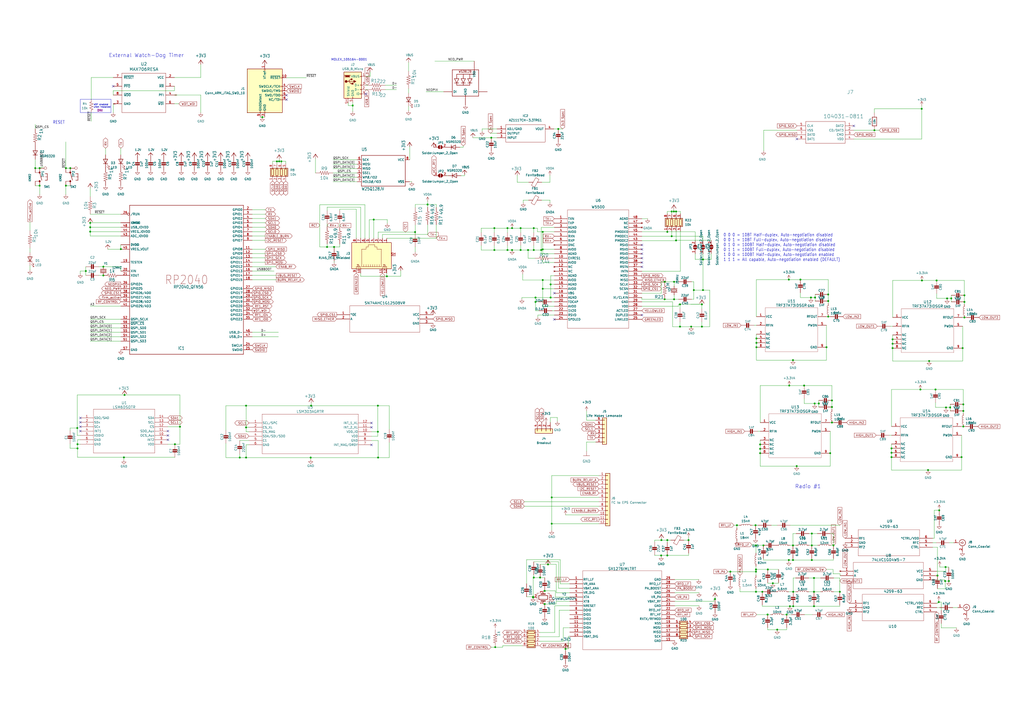
<source format=kicad_sch>
(kicad_sch (version 20230121) (generator eeschema)
  (paper "A2")
  (junction (at 407.797 168.275))
  (junction (at 390.906 122.682))
  (junction (at 189.738 143.256))
  (junction (at 482.6 236.093))
  (junction (at 472.186 343.281))
  (junction (at 44.958 257.683))
  (junction (at 533.908 225.933))
  (junction (at 456.311 356.489))
  (junction (at 20.447 97.536))
  (junction (at 472.821 172.593))
  (junction (at 389.636 137.033))
  (junction (at 543.814 333.883))
  (junction (at 543.306 162.687))
  (junction (at 470.408 172.593))
  (junction (at 438.531 316.357))
  (junction (at 457.581 324.866))
  (junction (at 438.785 196.342))
  (junction (at 180.467 235.331))
  (junction (at 470.916 324.866))
  (junction (at 442.214 343.281))
  (junction (at 180.213 265.43))
  (junction (at 391.033 163.449))
  (junction (at 459.994 324.866))
  (junction (at 286.766 132.334))
  (junction (at 22.987 107.696))
  (junction (at 559.435 171.323))
  (junction (at 423.672 331.597))
  (junction (at 551.18 236.347))
  (junction (at 470.916 316.357))
  (junction (at 542.671 225.933))
  (junction (at 458.216 351.663))
  (junction (at 559.435 175.133))
  (junction (at 142.748 235.331))
  (junction (at 314.833 162.433))
  (junction (at 517.144 260.096))
  (junction (at 440.944 260.35))
  (junction (at 219.202 250.444))
  (junction (at 302.006 132.334))
  (junction (at 309.626 145.034))
  (junction (at 483.489 316.357))
  (junction (at 438.277 304.673))
  (junction (at 320.04 303.784))
  (junction (at 448.31 338.328))
  (junction (at 538.988 209.423))
  (junction (at 534.67 63.119))
  (junction (at 517.779 196.85))
  (junction (at 427.482 304.673))
  (junction (at 309.626 132.334))
  (junction (at 40.767 97.536))
  (junction (at 59.944 159.766))
  (junction (at 387.096 322.199))
  (junction (at 445.389 330.327))
  (junction (at 517.779 201.93))
  (junction (at 44.958 260.096))
  (junction (at 297.053 132.334))
  (junction (at 550.418 337.058))
  (junction (at 309.245 346.202))
  (junction (at 548.513 328.93))
  (junction (at 160.655 93.599))
  (junction (at 472.186 335.28))
  (junction (at 544.83 296.037))
  (junction (at 314.833 167.513))
  (junction (at 70.104 144.526))
  (junction (at 517.144 262.636))
  (junction (at 139.065 265.43))
  (junction (at 470.916 309.499))
  (junction (at 320.04 288.544))
  (junction (at 38.227 107.696))
  (junction (at 383.54 322.199))
  (junction (at 309.245 346.583))
  (junction (at 480.441 174.625))
  (junction (at 438.785 201.422))
  (junction (at 482.6 232.283))
  (junction (at 323.85 74.803))
  (junction (at 472.567 234.061))
  (junction (at 399.415 313.309))
  (junction (at 52.324 134.366))
  (junction (at 319.405 164.973))
  (junction (at 385.572 173.609))
  (junction (at 219.329 265.43))
  (junction (at 392.176 139.446))
  (junction (at 314.833 134.493))
  (junction (at 534.797 162.687))
  (junction (at 142.748 247.904))
  (junction (at 479.425 201.422))
  (junction (at 286.766 145.034))
  (junction (at 460.121 343.281))
  (junction (at 480.441 183.642))
  (junction (at 193.802 143.256))
  (junction (at 394.462 189.484))
  (junction (at 315.976 350.393))
  (junction (at 309.626 335.026))
  (junction (at 558.8 238.379))
  (junction (at 438.531 330.327))
  (junction (at 387.096 313.309))
  (junction (at 438.531 343.281))
  (junction (at 438.531 331.597))
  (junction (at 517.144 265.176))
  (junction (at 394.462 176.53))
  (junction (at 248.031 118.618))
  (junction (at 310.642 175.133))
  (junction (at 544.576 349.25))
  (junction (at 314.833 144.653))
  (junction (at 558.8 234.569))
  (junction (at 216.789 127.381))
  (junction (at 459.994 208.915))
  (junction (at 284.988 79.883))
  (junction (at 52.324 129.286))
  (junction (at 38.227 97.536))
  (junction (at 391.033 173.609))
  (junction (at 549.402 173.101))
  (junction (at 538.353 272.669))
  (junction (at 287.274 375.412))
  (junction (at 383.667 313.309))
  (junction (at 440.944 257.81))
  (junction (at 548.767 236.347))
  (junction (at 161.925 93.599))
  (junction (at 240.792 134.62))
  (junction (at 466.471 223.647))
  (junction (at 313.944 145.034))
  (junction (at 487.172 343.281))
  (junction (at 459.994 316.357))
  (junction (at 480.441 170.815))
  (junction (at 142.748 265.43))
  (junction (at 445.262 356.489))
  (junction (at 548.259 337.058))
  (junction (at 438.785 198.882))
  (junction (at 44.831 248.285))
  (junction (at 328.041 376.428))
  (junction (at 59.944 154.686))
  (junction (at 72.263 229.108))
  (junction (at 317.881 327.406))
  (junction (at 558.419 201.93))
  (junction (at 457.581 162.179))
  (junction (at 507.238 75.565))
  (junction (at 389.636 122.682))
  (junction (at 460.121 351.663))
  (junction (at 440.944 262.89))
  (junction (at 204.597 61.214))
  (junction (at 319.405 172.593))
  (junction (at 101.473 257.683))
  (junction (at 517.779 199.39))
  (junction (at 49.784 157.226))
  (junction (at 152.1714 67.945))
  (junction (at 22.987 97.536))
  (junction (at 297.053 145.034))
  (junction (at 385.572 163.449))
  (junction (at 551.815 173.101))
  (junction (at 219.202 235.331))
  (junction (at 294.386 145.034))
  (junction (at 407.162 176.53))
  (junction (at 104.394 247.523))
  (junction (at 313.309 335.026))
  (junction (at 414.782 347.472))
  (junction (at 407.797 150.495))
  (junction (at 481.584 262.89))
  (junction (at 224.409 160.274))
  (junction (at 392.176 122.682))
  (junction (at 294.386 132.334))
  (junction (at 163.195 93.599))
  (junction (at 310.642 172.593))
  (junction (at 457.835 223.647))
  (junction (at 302.006 145.034))
  (junction (at 557.784 265.176))
  (junction (at 474.98 234.061))
  (junction (at 407.162 189.484))
  (junction (at 402.463 168.275))
  (junction (at 315.976 342.773))
  (junction (at 442.849 316.357))
  (junction (at 464.312 162.179))
  (junction (at 559.435 184.15))
  (junction (at 472.186 351.663))
  (junction (at 306.324 145.034))
  (junction (at 462.153 270.383))
  (junction (at 400.939 189.484))
  (junction (at 387.096 134.493))
  (junction (at 558.8 247.396))
  (junction (at 450.85 365.252))
  (junction (at 71.882 265.303))
  (junction (at 482.6 245.11))
  (junction (at 52.324 131.826))
  (no_connect (at 65.659 50.038))
  (no_connect (at 321.564 170.053))
  (no_connect (at 46.609 244.983))
  (no_connect (at 166.243 57.785))
  (no_connect (at 372.364 182.753))
  (no_connect (at 372.364 142.113))
  (no_connect (at 372.364 154.813))
  (no_connect (at 462.28 80.645))
  (no_connect (at 321.564 185.293))
  (no_connect (at 166.243 55.245))
  (no_connect (at 212.217 54.483))
  (no_connect (at 97.409 255.143))
  (no_connect (at 495.3 73.025))
  (no_connect (at 215.519 258.064))
  (no_connect (at 372.364 144.653))
  (no_connect (at 372.364 147.193))
  (no_connect (at 46.609 250.063))
  (no_connect (at 215.519 245.364))
  (no_connect (at 372.364 149.733))
  (no_connect (at 46.609 247.523))
  (no_connect (at 97.409 252.603))
  (no_connect (at 372.364 152.273))
  (no_connect (at 215.519 247.904))
  (no_connect (at 97.409 250.063))
  (no_connect (at 46.609 242.443))
  (wire (pts (xy 450.85 365.252) (xy 450.85 365.379)))
  (wire (pts (xy 437.515 188.722) (xy 438.785 188.722)))
  (wire (pts (xy 456.311 356.489) (xy 459.105 356.489)))
  (wire (pts (xy 240.919 130.556) (xy 240.919 134.62)))
  (wire (pts (xy 223.52 49.403) (xy 229.997 49.403)))
  (wire (pts (xy 193.167 95.25) (xy 207.137 95.25)))
  (wire (pts (xy 543.306 162.687) (xy 559.435 162.687)))
  (wire (pts (xy 422.148 331.597) (xy 423.672 331.597)))
  (wire (pts (xy 383.667 163.449) (xy 383.667 170.053)))
  (wire (pts (xy 214.249 127.381) (xy 216.789 127.381)))
  (wire (pts (xy 483.489 324.866) (xy 470.916 324.866)))
  (wire (pts (xy 469.392 309.499) (xy 470.916 309.499)))
  (wire (pts (xy 483.489 309.499) (xy 483.489 316.357)))
  (wire (pts (xy 139.065 263.398) (xy 139.065 265.43)))
  (wire (pts (xy 548.132 336.423) (xy 548.132 337.058)))
  (wire (pts (xy 225.806 249.047) (xy 225.806 235.331)))
  (wire (pts (xy 544.83 296.037) (xy 544.83 296.672)))
  (wire (pts (xy 315.976 350.393) (xy 322.58 350.393)))
  (wire (pts (xy 306.705 105.791) (xy 300.101 105.791)))
  (wire (pts (xy 216.789 127.381) (xy 224.663 127.381)))
  (wire (pts (xy 559.435 175.133) (xy 559.435 176.53)))
  (wire (pts (xy 469.265 343.281) (xy 472.186 343.281)))
  (wire (pts (xy 557.784 252.476) (xy 557.784 265.176)))
  (wire (pts (xy 391.033 163.449) (xy 393.573 163.449)))
  (wire (pts (xy 439.674 250.19) (xy 440.944 250.19)))
  (wire (pts (xy 403.225 150.495) (xy 407.797 150.495)))
  (wire (pts (xy 139.065 255.524) (xy 144.399 255.524)))
  (wire (pts (xy 482.6 236.093) (xy 482.6 237.49)))
  (wire (pts (xy 70.104 85.979) (xy 70.104 89.789)))
  (wire (pts (xy 202.057 61.214) (xy 204.597 61.214)))
  (wire (pts (xy 481.965 316.357) (xy 483.489 316.357)))
  (wire (pts (xy 407.797 168.275) (xy 411.734 168.275)))
  (wire (pts (xy 313.182 369.443) (xy 324.358 369.443)))
  (wire (pts (xy 322.707 343.789) (xy 322.707 327.406)))
  (wire (pts (xy 480.441 170.815) (xy 480.441 174.625)))
  (wire (pts (xy 407.797 150.495) (xy 412.623 150.495)))
  (wire (pts (xy 219.329 138.176) (xy 219.329 134.62)))
  (wire (pts (xy 52.324 197.866) (xy 70.104 197.866)))
  (wire (pts (xy 459.994 316.357) (xy 461.772 316.357)))
  (wire (pts (xy 314.833 134.493) (xy 314.833 144.653)))
  (wire (pts (xy 215.519 255.524) (xy 219.329 255.524)))
  (wire (pts (xy 447.421 304.673) (xy 450.85 304.673)))
  (wire (pts (xy 314.833 177.673) (xy 314.833 167.513)))
  (wire (pts (xy 306.324 149.733) (xy 306.324 145.034)))
  (wire (pts (xy 440.944 257.81) (xy 440.944 260.35)))
  (wire (pts (xy 321.564 131.953) (xy 313.944 131.953)))
  (wire (pts (xy 558.419 189.23) (xy 558.419 201.93)))
  (wire (pts (xy 305.435 346.202) (xy 309.245 346.202)))
  (wire (pts (xy 40.64 248.285) (xy 44.831 248.285)))
  (wire (pts (xy 269.494 101.854) (xy 269.494 101.219)))
  (wire (pts (xy 215.519 250.444) (xy 219.202 250.444)))
  (wire (pts (xy 517.144 247.396) (xy 517.144 225.933)))
  (wire (pts (xy 297.053 132.334) (xy 302.006 132.334)) (stroke (width 0.1524)))
  (wire (pts (xy 399.415 313.309) (xy 399.415 311.658)))
  (wire (pts (xy 213.36 49.403) (xy 212.217 49.403)))
  (wire (pts (xy 383.667 313.309) (xy 383.667 312.547)))
  (wire (pts (xy 131.064 257.175) (xy 131.064 265.43)))
  (wire (pts (xy 309.626 335.026) (xy 309.245 335.026)))
  (wire (pts (xy 52.324 192.786) (xy 70.104 192.786)))
  (wire (pts (xy 393.573 176.53) (xy 394.462 176.53)))
  (wire (pts (xy 180.213 265.43) (xy 180.213 266.446)))
  (wire (pts (xy 340.233 256.413) (xy 340.233 261.747)))
  (wire (pts (xy 550.418 328.93) (xy 548.513 328.93)))
  (wire (pts (xy 219.202 235.331) (xy 180.467 235.331)))
  (wire (pts (xy 461.518 335.28) (xy 460.121 335.28)))
  (wire (pts (xy 62.484 144.526) (xy 70.104 144.526)))
  (wire (pts (xy 429.26 343.281) (xy 438.531 343.281)))
  (wire (pts (xy 448.31 338.328) (xy 451.612 338.328)))
  (wire (pts (xy 517.779 196.85) (xy 517.779 199.39)))
  (wire (pts (xy 451.612 338.328) (xy 451.612 337.947)))
  (wire (pts (xy 329.692 376.428) (xy 328.041 376.428)))
  (wire (pts (xy 44.831 229.108) (xy 72.263 229.108)))
  (wire (pts (xy 291.592 375.412) (xy 287.274 375.412)))
  (wire (pts (xy 146.304 149.606) (xy 153.924 149.606)))
  (wire (pts (xy 550.672 314.833) (xy 553.212 314.833)))
  (wire (pts (xy 558.8 238.379) (xy 558.8 239.776)))
  (wire (pts (xy 438.785 196.342) (xy 438.785 198.882)))
  (wire (pts (xy 240.792 143.256) (xy 240.792 146.177)))
  (wire (pts (xy 481.584 270.383) (xy 462.153 270.383)))
  (wire (pts (xy 558.419 209.423) (xy 538.988 209.423)))
  (wire (pts (xy 313.182 371.983) (xy 326.771 371.983)))
  (wire (pts (xy 97.409 257.683) (xy 101.473 257.683)))
  (wire (pts (xy 142.748 235.331) (xy 142.748 247.904)))
  (wire (pts (xy 310.642 180.213) (xy 310.642 175.133)))
  (wire (pts (xy 507.238 65.405) (xy 507.238 63.119)))
  (wire (pts (xy 470.916 316.357) (xy 474.345 316.357)))
  (wire (pts (xy 322.58 348.869) (xy 330.454 348.869)))
  (wire (pts (xy 146.304 131.826) (xy 153.924 131.826)))
  (wire (pts (xy 534.797 162.687) (xy 543.306 162.687)))
  (wire (pts (xy 436.118 315.976) (xy 436.88 315.976)))
  (wire (pts (xy 313.944 145.034) (xy 309.626 145.034)))
  (wire (pts (xy 240.919 120.396) (xy 240.919 118.618)))
  (wire (pts (xy 139.065 255.778) (xy 139.065 255.524)))
  (wire (pts (xy 326.39 74.803) (xy 323.85 74.803)))
  (wire (pts (xy 38.227 82.296) (xy 38.227 97.536)))
  (wire (pts (xy 517.779 184.15) (xy 517.779 162.687)))
  (wire (pts (xy 303.149 162.433) (xy 303.149 159.004)))
  (wire (pts (xy 65.659 60.198) (xy 65.659 65.278)))
  (wire (pts (xy 209.169 138.176) (xy 209.169 120.142)))
  (wire (pts (xy 483.235 330.327) (xy 483.235 332.867)))
  (wire (pts (xy 469.138 335.28) (xy 472.186 335.28)))
  (wire (pts (xy 445.389 338.328) (xy 448.31 338.328)))
  (wire (pts (xy 257.302 53.213) (xy 247.142 53.213)))
  (wire (pts (xy 517.779 209.423) (xy 538.988 209.423)))
  (wire (pts (xy 403.225 134.493) (xy 387.096 134.493)))
  (wire (pts (xy 302.006 142.494) (xy 302.006 145.034)) (stroke (width 0.1524)))
  (wire (pts (xy 427.482 304.673) (xy 428.752 304.673)))
  (wire (pts (xy 313.944 131.953) (xy 313.944 145.034)))
  (wire (pts (xy 204.597 61.214) (xy 204.597 59.563)))
  (wire (pts (xy 405.511 351.409) (xy 391.414 351.409)))
  (wire (pts (xy 425.704 304.673) (xy 427.482 304.673)))
  (wire (pts (xy 303.022 374.523) (xy 291.592 374.523)))
  (wire (pts (xy 309.626 142.494) (xy 309.626 145.034)))
  (wire (pts (xy 320.04 288.544) (xy 347.472 288.544)))
  (wire (pts (xy 216.789 127.381) (xy 216.789 138.176)))
  (wire (pts (xy 304.165 293.624) (xy 347.472 293.624)))
  (wire (pts (xy 131.064 249.555) (xy 131.064 235.331)))
  (wire (pts (xy 313.182 366.903) (xy 321.818 366.903)))
  (wire (pts (xy 306.578 116.078) (xy 303.53 116.078)))
  (wire (pts (xy 391.033 165.989) (xy 391.033 163.449)))
  (wire (pts (xy 70.104 141.986) (xy 70.104 144.526)))
  (wire (pts (xy 438.531 328.422) (xy 438.531 330.327)))
  (wire (pts (xy 326.771 371.983) (xy 326.771 364.109)))
  (wire (pts (xy 163.195 93.599) (xy 161.925 93.599)))
  (wire (pts (xy 472.186 335.28) (xy 475.996 335.28)))
  (wire (pts (xy 165.735 93.599) (xy 163.195 93.599)))
  (wire (pts (xy 314.833 167.513) (xy 314.833 162.433)))
  (wire (pts (xy 391.033 163.449) (xy 385.572 163.449)))
  (wire (pts (xy 315.976 335.153) (xy 315.976 335.026)))
  (wire (pts (xy 330.454 346.329) (xy 322.199 346.329)))
  (wire (pts (xy 445.262 356.489) (xy 447.04 356.489)))
  (wire (pts (xy 390.906 121.412) (xy 390.906 122.682)))
  (wire (pts (xy 393.573 177.673) (xy 393.573 176.53)))
  (wire (pts (xy 204.597 61.214) (xy 204.597 64.643)))
  (wire (pts (xy 211.709 118.745) (xy 185.547 118.745)))
  (wire (pts (xy 558.8 234.569) (xy 558.8 238.379)))
  (wire (pts (xy 240.792 134.62) (xy 240.792 135.636)))
  (wire (pts (xy 558.419 201.93) (xy 558.419 209.423)))
  (wire (pts (xy 372.364 173.609) (xy 372.364 172.593)))
  (wire (pts (xy 146.304 147.066) (xy 153.924 147.066)))
  (wire (pts (xy 481.584 262.89) (xy 481.584 270.383)))
  (wire (pts (xy 207.137 100.33) (xy 193.167 100.33)))
  (wire (pts (xy 219.202 250.444) (xy 219.202 235.331)))
  (wire (pts (xy 20.447 107.696) (xy 22.987 107.696)))
  (wire (pts (xy 548.767 236.347) (xy 551.18 236.347)))
  (wire (pts (xy 312.674 180.213) (xy 310.642 180.213)))
  (wire (pts (xy 391.414 336.169) (xy 405.384 336.169)))
  (wire (pts (xy 472.186 335.28) (xy 472.186 343.281)))
  (wire (pts (xy 451.612 330.327) (xy 445.389 330.327)))
  (wire (pts (xy 543.814 317.373) (xy 541.02 317.373)))
  (wire (pts (xy 470.916 309.499) (xy 470.916 316.357)))
  (wire (pts (xy 279.146 142.494) (xy 279.146 145.034)) (stroke (width 0.1524)))
  (wire (pts (xy 515.874 252.476) (xy 517.144 252.476)))
  (wire (pts (xy 193.802 151.511) (xy 193.802 152.273)))
  (wire (pts (xy 391.033 171.069) (xy 391.033 173.609)))
  (wire (pts (xy 225.806 235.331) (xy 219.202 235.331)))
  (wire (pts (xy 392.176 123.952) (xy 392.176 122.682)))
  (wire (pts (xy 412.623 139.446) (xy 392.176 139.446)))
  (wire (pts (xy 394.716 123.952) (xy 394.716 122.682)))
  (wire (pts (xy 479.425 330.327) (xy 483.235 330.327)))
  (wire (pts (xy 160.655 93.599) (xy 160.655 94.869)))
  (wire (pts (xy 474.091 309.499) (xy 470.916 309.499)))
  (wire (pts (xy 407.797 147.193) (xy 407.797 150.495)))
  (wire (pts (xy 487.172 335.28) (xy 487.172 343.281)))
  (wire (pts (xy 314.325 105.791) (xy 319.024 105.791)))
  (wire (pts (xy 237.617 85.09) (xy 237.617 92.71)))
  (wire (pts (xy 70.104 154.686) (xy 70.104 157.226)))
  (wire (pts (xy 482.6 232.283) (xy 482.6 236.093)))
  (wire (pts (xy 396.748 313.309) (xy 399.415 313.309)))
  (wire (pts (xy 146.304 129.286) (xy 153.924 129.286)))
  (wire (pts (xy 223.52 51.943) (xy 229.997 51.943)))
  (wire (pts (xy 232.41 156.972) (xy 232.41 160.274)))
  (wire (pts (xy 347.472 275.844) (xy 320.04 275.844)))
  (wire (pts (xy 302.006 145.034) (xy 306.324 145.034)) (stroke (width 0.1524)))
  (wire (pts (xy 470.408 172.974) (xy 470.408 172.593)))
  (wire (pts (xy 507.238 63.119) (xy 534.67 63.119)))
  (wire (pts (xy 44.958 255.143) (xy 44.958 257.683)))
  (wire (pts (xy 543.306 173.101) (xy 549.402 173.101)))
  (wire (pts (xy 340.233 243.713) (xy 345.567 243.713)))
  (wire (pts (xy 158.115 93.599) (xy 158.115 94.869)))
  (wire (pts (xy 466.471 234.061) (xy 472.567 234.061)))
  (wire (pts (xy 394.462 176.53) (xy 407.162 176.53)) (stroke (width 0.1524)))
  (wire (pts (xy 131.064 265.43) (xy 139.065 265.43)))
  (wire (pts (xy 313.309 327.406) (xy 317.881 327.406)))
  (wire (pts (xy 438.785 198.882) (xy 438.785 201.422)))
  (wire (pts (xy 543.814 333.883) (xy 543.306 333.883)))
  (wire (pts (xy 266.827 85.344) (xy 268.732 85.344)))
  (wire (pts (xy 517.779 201.93) (xy 517.779 209.423)))
  (wire (pts (xy 17.399 154.051) (xy 17.399 156.591)))
  (wire (pts (xy 313.944 147.193) (xy 313.944 145.034)))
  (wire (pts (xy 183.007 91.948) (xy 183.007 100.33)))
  (wire (pts (xy 458.089 316.357) (xy 459.994 316.357)))
  (wire (pts (xy 253.111 118.618) (xy 253.111 120.269)))
  (wire (pts (xy 224.409 160.274) (xy 224.409 158.496)))
  (wire (pts (xy 544.068 349.885) (xy 544.068 349.25)))
  (wire (pts (xy 193.167 105.41) (xy 207.137 105.41)))
  (wire (pts (xy 483.616 343.281) (xy 487.172 343.281)))
  (polyline (pts (xy 46.609 57.658) (xy 64.389 57.658)))
  (wire (pts (xy 116.459 55.118) (xy 116.459 65.278)))
  (wire (pts (xy 44.958 257.683) (xy 46.609 257.683)))
  (wire (pts (xy 153.924 124.206) (xy 146.304 124.206)))
  (wire (pts (xy 559.435 184.15) (xy 560.324 184.15)))
  (wire (pts (xy 545.973 349.25) (xy 544.576 349.25)))
  (wire (pts (xy 311.785 134.493) (xy 311.785 132.334)))
  (wire (pts (xy 392.176 134.112) (xy 392.176 139.446)))
  (wire (pts (xy 391.414 348.869) (xy 414.147 348.869)))
  (wire (pts (xy 236.982 51.435) (xy 236.982 53.975)))
  (polyline (pts (xy 46.609 65.278) (xy 46.609 57.658)))
  (wire (pts (xy 52.324 136.906) (xy 52.324 134.366)))
  (wire (pts (xy 402.463 168.275) (xy 407.797 168.275)))
  (wire (pts (xy 445.262 365.252) (xy 450.85 365.252)))
  (wire (pts (xy 302.006 132.334) (xy 309.626 132.334)) (stroke (width 0.1524)))
  (wire (pts (xy 479.425 201.422) (xy 479.425 208.915)))
  (wire (pts (xy 548.259 341.503) (xy 548.259 337.058)))
  (wire (pts (xy 330.454 369.189) (xy 329.692 369.189)))
  (wire (pts (xy 389.636 137.033) (xy 372.364 137.033)))
  (wire (pts (xy 116.459 44.958) (xy 116.459 37.338)))
  (wire (pts (xy 221.869 136.017) (xy 248.031 136.017)))
  (wire (pts (xy 385.572 173.609) (xy 391.033 173.609)))
  (wire (pts (xy 323.342 242.189) (xy 323.342 244.348)))
  (wire (pts (xy 319.278 244.983) (xy 319.278 242.189)))
  (wire (pts (xy 559.435 171.323) (xy 559.435 175.133)))
  (wire (pts (xy 407.797 139.573) (xy 407.797 137.033)))
  (wire (pts (xy 466.471 223.647) (xy 482.6 223.647)))
  (wire (pts (xy 70.104 131.826) (xy 52.324 131.826)))
  (wire (pts (xy 312.039 182.753) (xy 321.564 182.753)))
  (wire (pts (xy 52.324 195.326) (xy 70.104 195.326)))
  (wire (pts (xy 459.994 309.499) (xy 459.994 316.357)))
  (wire (pts (xy 544.068 349.25) (xy 544.576 349.25)))
  (wire (pts (xy 297.053 145.034) (xy 302.006 145.034)) (stroke (width 0.1524)))
  (wire (pts (xy 219.329 255.524) (xy 219.329 265.43)))
  (wire (pts (xy 240.919 134.62) (xy 240.792 134.62)))
  (wire (pts (xy 480.441 162.179) (xy 480.441 170.815)))
  (wire (pts (xy 557.784 247.396) (xy 558.8 247.396)))
  (wire (pts (xy 543.814 341.503) (xy 548.259 341.503)))
  (wire (pts (xy 324.358 369.443) (xy 324.358 353.949)))
  (wire (pts (xy 403.225 147.193) (xy 403.225 150.495)))
  (wire (pts (xy 146.304 144.526) (xy 153.924 144.526)))
  (wire (pts (xy 481.711 309.499) (xy 483.489 309.499)))
  (wire (pts (xy 550.418 337.185) (xy 550.418 337.058)))
  (wire (pts (xy 517.144 225.933) (xy 533.908 225.933)))
  (wire (pts (xy 427.482 306.197) (xy 427.482 304.673)))
  (wire (pts (xy 474.98 234.061) (xy 474.98 236.093)))
  (wire (pts (xy 550.418 329.311) (xy 550.418 328.93)))
  (wire (pts (xy 481.584 250.19) (xy 481.584 262.89)))
  (wire (pts (xy 322.199 346.329) (xy 322.199 342.773)))
  (wire (pts (xy 314.833 144.653) (xy 314.833 152.273)))
  (wire (pts (xy 52.324 108.966) (xy 52.324 114.046)))
  (wire (pts (xy 236.982 61.595) (xy 236.982 64.135)))
  (wire (pts (xy 319.024 105.791) (xy 319.024 101.727)))
  (wire (pts (xy 103.759 60.198) (xy 101.219 60.198)))
  (wire (pts (xy 306.324 145.034) (xy 309.626 145.034)) (stroke (width 0.1524)))
  (wire (pts (xy 389.636 134.112) (xy 389.636 137.033)))
  (wire (pts (xy 166.243 45.085) (xy 177.673 45.085)))
  (wire (pts (xy 321.564 172.593) (xy 319.405 172.593)))
  (wire (pts (xy 545.973 349.25) (xy 545.973 354.076)))
  (wire (pts (xy 394.716 157.353) (xy 372.364 157.353)))
  (wire (pts (xy 390.906 122.682) (xy 389.636 122.682)))
  (wire (pts (xy 321.564 134.493) (xy 314.833 134.493)))
  (wire (pts (xy 387.096 134.493) (xy 372.364 134.493)))
  (wire (pts (xy 389.128 313.309) (xy 387.096 313.309)))
  (wire (pts (xy 459.994 323.977) (xy 459.994 324.866)))
  (wire (pts (xy 319.278 242.189) (xy 323.342 242.189)))
  (wire (pts (xy 551.18 236.347) (xy 551.18 238.379)))
  (wire (pts (xy 557.784 272.669) (xy 538.353 272.669)))
  (wire (pts (xy 20.447 74.676) (xy 20.447 72.136)))
  (wire (pts (xy 558.8 225.933) (xy 558.8 234.569)))
  (wire (pts (xy 438.785 208.915) (xy 459.994 208.915)))
  (wire (pts (xy 541.02 314.833) (xy 543.052 314.833)))
  (wire (pts (xy 22.987 97.536) (xy 20.447 97.536)))
  (wire (pts (xy 457.581 324.866) (xy 457.581 325.501)))
  (wire (pts (xy 436.88 316.357) (xy 438.531 316.357)))
  (wire (pts (xy 559.435 162.687) (xy 559.435 171.323)))
  (wire (pts (xy 321.564 177.673) (xy 314.833 177.673)))
  (wire (pts (xy 483.235 332.867) (xy 487.299 332.867)))
  (wire (pts (xy 551.18 234.569) (xy 551.18 236.347)))
  (wire (pts (xy 479.425 208.915) (xy 459.994 208.915)))
  (wire (pts (xy 274.32 79.883) (xy 284.988 79.883)))
  (wire (pts (xy 59.944 154.686) (xy 57.404 154.686)))
  (wire (pts (xy 160.02 154.686) (xy 146.304 154.686)))
  (wire (pts (xy 545.084 328.93) (xy 545.084 328.295)))
  (wire (pts (xy 550.418 337.058) (xy 550.418 336.931)))
  (wire (pts (xy 394.462 176.53) (xy 394.462 179.07)) (stroke (width 0.1524)))
  (wire (pts (xy 17.399 143.891) (xy 17.399 146.431)))
  (wire (pts (xy 460.121 351.663) (xy 472.186 351.663)))
  (wire (pts (xy 394.716 122.682) (xy 392.176 122.682)))
  (wire (pts (xy 310.642 175.133) (xy 310.642 172.593)))
  (wire (pts (xy 548.513 328.93) (xy 545.084 328.93)))
  (wire (pts (xy 543.306 336.423) (xy 548.132 336.423)))
  (wire (pts (xy 294.386 132.334) (xy 297.053 132.334)) (stroke (width 0.1524)))
  (wire (pts (xy 387.096 313.309) (xy 387.096 314.452)))
  (wire (pts (xy 214.249 138.176) (xy 214.249 127.381)))
  (wire (pts (xy 372.364 126.873) (xy 375.666 126.873)))
  (wire (pts (xy 248.031 116.84) (xy 248.031 118.618)))
  (wire (pts (xy 399.415 320.929) (xy 399.415 322.199)))
  (wire (pts (xy 304.165 291.084) (xy 347.472 291.084)))
  (wire (pts (xy 44.958 257.683) (xy 44.958 260.096)))
  (wire (pts (xy 219.329 134.62) (xy 240.792 134.62)))
  (wire (pts (xy 399.415 322.199) (xy 387.096 322.199)))
  (wire (pts (xy 97.409 247.523) (xy 104.394 247.523)))
  (wire (pts (xy 438.785 193.802) (xy 438.785 196.342)))
  (wire (pts (xy 319.024 116.078) (xy 319.024 117.602)))
  (wire (pts (xy 389.636 122.682) (xy 387.096 122.682)))
  (wire (pts (xy 309.245 335.026) (xy 309.245 346.202)))
  (wire (pts (xy 461.772 309.499) (xy 459.994 309.499)))
  (wire (pts (xy 438.785 201.422) (xy 438.785 208.915)))
  (wire (pts (xy 517.144 257.556) (xy 517.144 260.096)))
  (wire (pts (xy 116.459 44.958) (xy 101.219 44.958)))
  (wire (pts (xy 314.198 116.078) (xy 319.024 116.078)))
  (wire (pts (xy 151.003 67.945) (xy 152.1714 67.945)))
  (wire (pts (xy 314.833 144.653) (xy 321.564 144.653)))
  (wire (pts (xy 286.766 134.874) (xy 286.766 132.334)) (stroke (width 0.1524)))
  (wire (pts (xy 315.087 350.393) (xy 315.976 350.393)))
  (wire (pts (xy 40.64 260.096) (xy 44.958 260.096)))
  (wire (pts (xy 224.663 127.381) (xy 224.663 129.54)))
  (wire (pts (xy 414.782 346.456) (xy 414.782 347.472)))
  (wire (pts (xy 146.304 134.366) (xy 153.924 134.366)))
  (wire (pts (xy 407.797 150.622) (xy 407.797 168.275)))
  (wire (pts (xy 104.394 257.683) (xy 104.394 247.523)))
  (wire (pts (xy 543.306 170.307) (xy 543.306 173.101)))
  (wire (pts (xy 495.3 80.645) (xy 534.67 80.645)))
  (wire (pts (xy 472.186 351.663) (xy 487.172 351.663)))
  (wire (pts (xy 65.659 44.958) (xy 52.959 44.958)))
  (wire (pts (xy 548.132 337.058) (xy 548.259 337.058)))
  (wire (pts (xy 314.833 162.433) (xy 303.149 162.433)))
  (wire (pts (xy 558.8 247.396) (xy 559.689 247.396)))
  (wire (pts (xy 466.471 231.267) (xy 466.471 234.061)))
  (wire (pts (xy 131.064 235.331) (xy 142.748 235.331)))
  (wire (pts (xy 146.304 126.746) (xy 153.924 126.746)))
  (wire (pts (xy 286.766 132.334) (xy 294.386 132.334)) (stroke (width 0.1524)))
  (wire (pts (xy 387.096 322.199) (xy 387.096 322.072)))
  (wire (pts (xy 248.031 130.302) (xy 248.031 136.017)))
  (wire (pts (xy 460.121 350.901) (xy 460.121 351.663)))
  (wire (pts (xy 442.214 350.901) (xy 442.214 351.663)))
  (wire (pts (xy 480.441 174.625) (xy 480.441 176.022)))
  (wire (pts (xy 52.959 44.958) (xy 52.959 57.658)))
  (wire (pts (xy 345.567 256.413) (xy 340.233 256.413)))
  (wire (pts (xy 321.564 159.893) (xy 319.405 159.893)))
  (wire (pts (xy 464.312 172.593) (xy 470.408 172.593)))
  (wire (pts (xy 464.312 169.799) (xy 464.312 172.593)))
  (wire (pts (xy 279.146 132.334) (xy 286.766 132.334)) (stroke (width 0.1524)))
  (wire (pts (xy 52.324 134.366) (xy 52.324 131.826)))
  (wire (pts (xy 44.958 265.303) (xy 71.882 265.303)))
  (wire (pts (xy 322.58 350.393) (xy 322.58 348.869)))
  (wire (pts (xy 52.324 177.546) (xy 70.104 177.546)))
  (wire (pts (xy 219.329 265.43) (xy 180.213 265.43)))
  (wire (pts (xy 411.734 168.275) (xy 411.734 189.484)))
  (wire (pts (xy 294.386 142.494) (xy 294.386 145.034)) (stroke (width 0.1524)))
  (wire (pts (xy 517.779 199.39) (xy 517.779 201.93)))
  (wire (pts (xy 552.704 352.425) (xy 555.625 352.425)))
  (wire (pts (xy 551.815 173.101) (xy 551.815 175.133)))
  (wire (pts (xy 383.667 170.053) (xy 372.364 170.053)))
  (wire (pts (xy 487.299 332.867) (xy 487.299 333.883)))
  (wire (pts (xy 487.299 333.883) (xy 487.426 333.883)))
  (wire (pts (xy 414.782 347.472) (xy 414.782 347.853)))
  (wire (pts (xy 402.463 173.609) (xy 402.463 168.275)))
  (wire (pts (xy 548.767 236.728) (xy 548.767 236.347)))
  (wire (pts (xy 330.454 341.249) (xy 323.977 341.249)))
  (wire (pts (xy 545.973 364.236) (xy 554.863 364.236)))
  (wire (pts (xy 457.581 162.179) (xy 464.312 162.179)))
  (wire (pts (xy 320.04 275.844) (xy 320.04 288.544)))
  (wire (pts (xy 302.006 134.874) (xy 302.006 132.334)) (stroke (width 0.1524)))
  (wire (pts (xy 390.144 189.484) (xy 394.462 189.484)))
  (wire (pts (xy 44.831 252.603) (xy 44.831 248.285)))
  (wire (pts (xy 310.642 172.593) (xy 302.768 172.593)))
  (wire (pts (xy 321.564 162.433) (xy 314.833 162.433)))
  (wire (pts (xy 189.738 143.256) (xy 193.802 143.256)))
  (wire (pts (xy 517.144 272.669) (xy 538.353 272.669)))
  (wire (pts (xy 321.564 164.973) (xy 319.405 164.973)))
  (wire (pts (xy 284.48 77.343) (xy 288.29 77.343)))
  (wire (pts (xy 71.882 265.303) (xy 71.882 266.7)))
  (wire (pts (xy 394.716 134.112) (xy 394.716 157.353)))
  (wire (pts (xy 146.304 136.906) (xy 153.924 136.906)))
  (wire (pts (xy 146.304 159.766) (xy 160.274 159.766)))
  (wire (pts (xy 286.766 142.494) (xy 286.766 145.034)) (stroke (width 0.1524)))
  (wire (pts (xy 438.531 320.802) (xy 438.531 316.357)))
  (wire (pts (xy 456.311 365.252) (xy 450.85 365.252)))
  (wire (pts (xy 279.654 76.073) (xy 279.654 74.803)))
  (wire (pts (xy 414.147 347.472) (xy 414.782 347.472)))
  (wire (pts (xy 309.245 346.202) (xy 309.245 346.583)))
  (wire (pts (xy 440.944 260.35) (xy 440.944 262.89)))
  (wire (pts (xy 479.425 188.722) (xy 479.425 201.422)))
  (wire (pts (xy 445.389 338.074) (xy 445.389 338.328)))
  (wire (pts (xy 436.88 315.976) (xy 436.88 316.357)))
  (wire (pts (xy 438.531 316.357) (xy 442.849 316.357)))
  (wire (pts (xy 319.405 164.973) (xy 319.405 172.593)))
  (wire (pts (xy 542.671 225.933) (xy 558.8 225.933)))
  (wire (pts (xy 212.217 44.323) (xy 214.757 44.323)))
  (wire (pts (xy 392.176 122.682) (xy 390.906 122.682)))
  (wire (pts (xy 40.767 107.696) (xy 38.227 107.696)))
  (wire (pts (xy 313.309 335.026) (xy 309.626 335.026)))
  (wire (pts (xy 347.472 298.704) (xy 328.041 298.704)))
  (wire (pts (xy 320.294 180.213) (xy 321.564 180.213)))
  (wire (pts (xy 209.169 158.496) (xy 209.169 160.274)))
  (wire (pts (xy 541.909 312.293) (xy 541.909 296.037)))
  (wire (pts (xy 423.672 331.597) (xy 438.531 331.597)))
  (wire (pts (xy 317.881 327.406) (xy 322.707 327.406)))
  (wire (pts (xy 319.405 159.893) (xy 319.405 164.973)))
  (wire (pts (xy 407.162 176.53) (xy 400.685 176.53)))
  (wire (pts (xy 472.567 234.061) (xy 474.98 234.061)))
  (wire (pts (xy 543.306 331.343) (xy 548.513 331.343)))
  (wire (pts (xy 248.031 118.618) (xy 248.031 120.142)))
  (wire (pts (xy 442.214 351.663) (xy 458.216 351.663)))
  (wire (pts (xy 412.623 150.495) (xy 412.623 147.066)))
  (wire (pts (xy 464.312 162.179) (xy 480.441 162.179)))
  (wire (pts (xy 207.137 102.87) (xy 193.167 102.87)))
  (wire (pts (xy 309.626 132.334) (xy 309.626 134.874)) (stroke (width 0.1524)))
  (wire (pts (xy 466.725 356.489) (xy 471.17 356.489)))
  (wire (pts (xy 438.531 330.327) (xy 438.531 331.597)))
  (wire (pts (xy 142.748 235.331) (xy 180.467 235.331)))
  (wire (pts (xy 542.671 236.347) (xy 548.767 236.347)))
  (wire (pts (xy 197.104 141.605) (xy 197.104 143.256)))
  (wire (pts (xy 517.144 260.096) (xy 517.144 262.636)))
  (wire (pts (xy 458.216 351.663) (xy 460.121 351.663)))
  (wire (pts (xy 225.806 256.667) (xy 225.806 265.43)))
  (wire (pts (xy 248.031 118.618) (xy 253.111 118.618)))
  (wire (pts (xy 321.818 366.903) (xy 321.818 351.409)))
  (wire (pts (xy 303.53 116.078) (xy 303.53 117.602)))
  (wire (pts (xy 394.462 186.69) (xy 394.462 189.484)))
  (wire (pts (xy 438.531 331.597) (xy 438.531 333.756)))
  (wire (pts (xy 219.202 252.984) (xy 219.202 250.444)))
  (wire (pts (xy 104.394 247.523) (xy 104.394 229.108)))
  (wire (pts (xy 240.919 118.618) (xy 248.031 118.618)))
  (wire (pts (xy 440.944 245.11) (xy 440.944 223.647)))
  (wire (pts (xy 185.547 143.256) (xy 189.738 143.256)))
  (wire (pts (xy 259.334 101.854) (xy 259.842 101.854)))
  (wire (pts (xy 551.815 171.323) (xy 551.815 173.101)))
  (wire (pts (xy 320.548 149.733) (xy 321.564 149.733)))
  (wire (pts (xy 429.26 341.376) (xy 429.26 343.281)))
  (wire (pts (xy 253.111 130.429) (xy 253.111 138.176)))
  (wire (pts (xy 101.473 265.303) (xy 71.882 265.303)))
  (wire (pts (xy 462.28 75.565) (xy 442.976 75.565)))
  (wire (pts (xy 40.64 257.429) (xy 40.64 260.096)))
  (wire (pts (xy 323.977 341.249) (xy 323.977 325.882)))
  (wire (pts (xy 383.54 322.199) (xy 383.54 322.707)))
  (wire (pts (xy 309.626 333.502) (xy 309.626 335.026)))
  (wire (pts (xy 46.609 255.143) (xy 44.958 255.143)))
  (wire (pts (xy 207.137 92.71) (xy 193.167 92.71)))
  (wire (pts (xy 545.973 361.696) (xy 545.973 364.236)))
  (wire (pts (xy 302.768 172.593) (xy 302.768 173.355)))
  (wire (pts (xy 52.324 131.826) (xy 52.324 129.286)))
  (wire (pts (xy 393.573 173.609) (xy 391.033 173.609)))
  (wire (pts (xy 46.609 252.603) (xy 44.831 252.603)))
  (wire (pts (xy 52.959 65.278) (xy 52.959 70.358)))
  (wire (pts (xy 372.364 177.673) (xy 393.573 177.673)))
  (wire (pts (xy 460.121 335.28) (xy 460.121 343.281)))
  (wire (pts (xy 483.616 335.28) (xy 487.172 335.28)))
  (wire (pts (xy 517.144 262.636) (xy 517.144 265.176)))
  (wire (pts (xy 144.399 258.064) (xy 142.748 258.064)))
  (wire (pts (xy 517.779 162.687) (xy 534.797 162.687)))
  (wire (pts (xy 544.576 348.488) (xy 544.576 349.25)))
  (wire (pts (xy 146.304 162.306) (xy 160.274 162.306)))
  (wire (pts (xy 469.392 316.357) (xy 470.916 316.357)))
  (wire (pts (xy 330.454 338.709) (xy 324.993 338.709)))
  (wire (pts (xy 185.547 118.745) (xy 185.547 143.256)))
  (wire (pts (xy 542.671 233.553) (xy 542.671 236.347)))
  (wire (pts (xy 482.6 223.647) (xy 482.6 232.283)))
  (wire (pts (xy 321.564 167.513) (xy 314.833 167.513)))
  (wire (pts (xy 548.259 337.058) (xy 550.418 337.058)))
  (wire (pts (xy 268.732 84.582) (xy 268.732 85.344)))
  (polyline (pts (xy 64.389 65.278) (xy 46.609 65.278)))
  (wire (pts (xy 324.993 324.612) (xy 305.435 324.612)))
  (wire (pts (xy 320.04 303.784) (xy 320.04 307.594)))
  (wire (pts (xy 387.096 134.112) (xy 387.096 134.493)))
  (wire (pts (xy 407.162 179.07) (xy 407.162 176.53)) (stroke (width 0.1524)))
  (wire (pts (xy 407.797 137.033) (xy 389.636 137.033)))
  (polyline (pts (xy 64.389 57.658) (xy 64.389 65.278)))
  (wire (pts (xy 144.399 250.444) (xy 142.748 250.444)))
  (wire (pts (xy 379.73 322.199) (xy 383.54 322.199)))
  (wire (pts (xy 221.869 138.176) (xy 221.869 136.017)))
  (wire (pts (xy 44.958 260.096) (xy 44.958 265.303)))
  (wire (pts (xy 38.227 97.536) (xy 40.767 97.536)))
  (wire (pts (xy 438.531 330.327) (xy 445.389 330.327)))
  (wire (pts (xy 206.629 121.285) (xy 197.104 121.285)))
  (wire (pts (xy 454.66 356.489) (xy 456.311 356.489)))
  (wire (pts (xy 483.489 323.977) (xy 483.489 324.866)))
  (wire (pts (xy 438.785 162.179) (xy 457.581 162.179)))
  (wire (pts (xy 70.104 187.706) (xy 52.324 187.706)))
  (wire (pts (xy 449.834 343.281) (xy 449.961 343.281)))
  (wire (pts (xy 70.104 129.286) (xy 52.324 129.286)))
  (wire (pts (xy 142.748 265.43) (xy 180.213 265.43)))
  (wire (pts (xy 206.629 138.176) (xy 206.629 121.285)))
  (wire (pts (xy 279.146 134.874) (xy 279.146 132.334)) (stroke (width 0.1524)))
  (wire (pts (xy 320.04 175.133) (xy 321.564 175.133)))
  (wire (pts (xy 70.104 136.906) (xy 52.324 136.906)))
  (wire (pts (xy 44.831 248.285) (xy 44.831 229.108)))
  (wire (pts (xy 142.748 258.064) (xy 142.748 265.43)))
  (wire (pts (xy 101.219 55.118) (xy 116.459 55.118)))
  (wire (pts (xy 40.64 249.809) (xy 40.64 248.285)))
  (wire (pts (xy 279.146 145.034) (xy 286.766 145.034)) (stroke (width 0.1524)))
  (wire (pts (xy 383.54 322.199) (xy 387.096 322.199)))
  (wire (pts (xy 70.104 185.166) (xy 52.324 185.166)))
  (wire (pts (xy 146.304 121.666) (xy 153.924 121.666)))
  (wire (pts (xy 470.916 323.977) (xy 470.916 324.866)))
  (wire (pts (xy 165.735 94.869) (xy 165.735 93.599)))
  (wire (pts (xy 104.394 229.108) (xy 72.263 229.108)))
  (wire (pts (xy 541.02 312.293) (xy 541.909 312.293)))
  (wire (pts (xy 70.104 134.366) (xy 52.324 134.366)))
  (wire (pts (xy 392.176 139.446) (xy 392.176 139.573)))
  (wire (pts (xy 379.73 313.309) (xy 383.667 313.309)))
  (wire (pts (xy 284.988 79.883) (xy 288.29 79.883)))
  (wire (pts (xy 202.057 61.214) (xy 202.057 59.563)))
  (wire (pts (xy 440.944 223.647) (xy 457.835 223.647)))
  (wire (pts (xy 414.147 348.869) (xy 414.147 347.472)))
  (wire (pts (xy 101.219 52.578) (xy 101.219 50.038)))
  (wire (pts (xy 517.779 194.31) (xy 517.779 196.85)))
  (wire (pts (xy 543.433 349.885) (xy 544.068 349.885)))
  (wire (pts (xy 411.734 189.484) (xy 407.162 189.484)))
  (wire (pts (xy 161.925 92.329) (xy 161.925 93.599)))
  (wire (pts (xy 543.814 317.373) (xy 543.814 333.883)))
  (wire (pts (xy 65.659 52.578) (xy 101.219 52.578)))
  (wire (pts (xy 321.818 351.409) (xy 330.454 351.409)))
  (wire (pts (xy 438.531 343.281) (xy 442.214 343.281)))
  (wire (pts (xy 482.6 245.11) (xy 483.489 245.11)))
  (wire (pts (xy 214.757 44.323) (xy 214.757 41.783)))
  (wire (pts (xy 549.402 173.482) (xy 549.402 173.101)))
  (wire (pts (xy 20.447 92.456) (xy 20.447 97.536)))
  (wire (pts (xy 379.73 314.325) (xy 379.73 313.309)))
  (wire (pts (xy 215.519 252.984) (xy 219.202 252.984)))
  (wire (pts (xy 324.993 338.709) (xy 324.993 324.612)))
  (wire (pts (xy 209.169 120.142) (xy 189.738 120.142)))
  (wire (pts (xy 472.186 343.281) (xy 475.996 343.281)))
  (wire (pts (xy 286.766 145.034) (xy 294.386 145.034)) (stroke (width 0.1524)))
  (wire (pts (xy 101.473 257.683) (xy 104.394 257.683)))
  (wire (pts (xy 324.358 353.949) (xy 330.454 353.949)))
  (wire (pts (xy 372.364 175.133) (xy 390.144 175.133)))
  (wire (pts (xy 387.096 313.309) (xy 383.667 313.309)))
  (wire (pts (xy 57.404 159.766) (xy 59.944 159.766)))
  (wire (pts (xy 405.511 343.789) (xy 391.414 343.789)))
  (wire (pts (xy 207.137 97.79) (xy 193.167 97.79)))
  (wire (pts (xy 458.47 304.673) (xy 487.172 304.673)))
  (wire (pts (xy 340.233 238.379) (xy 340.233 243.713)))
  (wire (pts (xy 394.462 189.484) (xy 400.939 189.484)))
  (wire (pts (xy 558.419 184.15) (xy 559.435 184.15)))
  (wire (pts (xy 22.987 107.696) (xy 22.987 112.776)))
  (wire (pts (xy 312.42 175.133) (xy 310.642 175.133)))
  (wire (pts (xy 70.104 124.206) (xy 52.324 124.206)))
  (wire (pts (xy 189.738 141.478) (xy 189.738 143.256)))
  (wire (pts (xy 142.748 250.444) (xy 142.748 247.904)))
  (wire (pts (xy 541.909 296.037) (xy 544.83 296.037)))
  (wire (pts (xy 517.144 265.176) (xy 517.144 272.669)))
  (wire (pts (xy 320.04 288.544) (xy 320.04 303.784)))
  (wire (pts (xy 480.441 183.642) (xy 481.33 183.642)))
  (wire (pts (xy 456.311 364.109) (xy 456.311 365.252)))
  (wire (pts (xy 407.162 186.69) (xy 407.162 189.484)))
  (wire (pts (xy 211.709 138.176) (xy 211.709 118.745)))
  (wire (pts (xy 457.835 223.647) (xy 466.471 223.647)))
  (wire (pts (xy 438.912 356.489) (xy 445.262 356.489)))
  (wire (pts (xy 160.655 93.599) (xy 158.115 93.599)))
  (wire (pts (xy 470.408 172.593) (xy 472.821 172.593)))
  (wire (pts (xy 294.386 145.034) (xy 297.053 145.034)) (stroke (width 0.1524)))
  (wire (pts (xy 402.463 168.275) (xy 402.463 163.449)))
  (wire (pts (xy 49.784 157.226) (xy 49.784 159.766)))
  (wire (pts (xy 180.467 233.68) (xy 180.467 235.331)))
  (wire (pts (xy 472.186 350.901) (xy 472.186 351.663)))
  (wire (pts (xy 400.939 189.484) (xy 407.162 189.484)))
  (wire (pts (xy 438.785 183.642) (xy 438.785 162.179)))
  (wire (pts (xy 440.944 262.89) (xy 440.944 270.383)))
  (wire (pts (xy 472.567 234.442) (xy 472.567 234.061)))
  (wire (pts (xy 225.806 265.43) (xy 219.329 265.43)))
  (wire (pts (xy 442.849 323.977) (xy 442.849 324.866)))
  (wire (pts (xy 474.98 232.283) (xy 474.98 234.061)))
  (wire (pts (xy 436.372 304.673) (xy 438.277 304.673)))
  (wire (pts (xy 52.324 190.246) (xy 70.104 190.246)))
  (wire (pts (xy 460.121 343.281) (xy 461.645 343.281)))
  (wire (pts (xy 146.304 192.786) (xy 161.544 192.786)))
  (wire (pts (xy 557.784 265.176) (xy 557.784 272.669)))
  (wire (pts (xy 383.667 163.449) (xy 385.572 163.449)))
  (wire (pts (xy 534.67 63.119) (xy 534.67 80.645)))
  (wire (pts (xy 46.609 157.226) (xy 49.784 157.226)))
  (wire (pts (xy 189.738 129.794) (xy 189.738 131.318)))
  (wire (pts (xy 237.617 105.41) (xy 238.887 105.41)))
  (wire (pts (xy 139.065 265.43) (xy 142.748 265.43)))
  (wire (pts (xy 548.513 331.343) (xy 548.513 328.93)))
  (wire (pts (xy 152.1714 67.945) (xy 153.543 67.945)))
  (wire (pts (xy 387.096 122.682) (xy 387.096 123.952)))
  (wire (pts (xy 253.111 138.176) (xy 224.409 138.176)))
  (wire (pts (xy 507.238 75.565) (xy 510.032 75.565)))
  (wire (pts (xy 315.976 342.773) (xy 315.087 342.773)))
  (wire (pts (xy 427.482 313.944) (xy 427.482 313.817)))
  (wire (pts (xy 470.916 324.866) (xy 459.994 324.866)))
  (wire (pts (xy 284.861 375.412) (xy 287.274 375.412)))
  (wire (pts (xy 320.04 303.784) (xy 347.472 303.784)))
  (wire (pts (xy 146.304 152.146) (xy 153.924 152.146)))
  (wire (pts (xy 322.199 342.773) (xy 315.976 342.773)))
  (wire (pts (xy 65.659 55.118) (xy 65.659 52.578)))
  (wire (pts (xy 495.3 75.565) (xy 507.238 75.565)))
  (wire (pts (xy 329.692 369.189) (xy 329.692 376.428)))
  (wire (pts (xy 291.592 374.523) (xy 291.592 375.412)))
  (wire (pts (xy 533.908 225.933) (xy 542.671 225.933)))
  (wire (pts (xy 472.821 170.815) (xy 472.821 172.593)))
  (wire (pts (xy 516.509 189.23) (xy 517.779 189.23)))
  (wire (pts (xy 314.833 134.493) (xy 311.785 134.493)))
  (wire (pts (xy 326.771 364.109) (xy 330.454 364.109)))
  (wire (pts (xy 487.172 350.901) (xy 487.172 351.663)))
  (wire (pts (xy 146.304 157.226) (xy 159.004 157.226)))
  (wire (pts (xy 442.849 324.866) (xy 457.581 324.866)))
  (wire (pts (xy 321.564 152.273) (xy 314.833 152.273)))
  (wire (pts (xy 438.277 304.673) (xy 439.801 304.673)))
  (wire (pts (xy 379.73 321.945) (xy 379.73 322.199)))
  (wire (pts (xy 403.225 139.573) (xy 403.225 134.493)))
  (wire (pts (xy 481.584 245.11) (xy 482.6 245.11)))
  (wire (pts (xy 389.636 122.682) (xy 389.636 123.952)))
  (wire (pts (xy 197.104 129.794) (xy 197.104 131.445)))
  (wire (pts (xy 213.36 51.943) (xy 212.217 51.943)))
  (wire (pts (xy 310.388 149.733) (xy 306.324 149.733)))
  (wire (pts (xy 315.976 335.026) (xy 313.309 335.026)))
  (wire (pts (xy 457.581 343.281) (xy 460.121 343.281)))
  (wire (pts (xy 392.176 139.573) (xy 372.364 139.573)))
  (wire (pts (xy 49.784 154.686) (xy 49.784 157.226)))
  (wire (pts (xy 46.609 158.75) (xy 46.609 157.226)))
  (wire (pts (xy 401.193 163.449) (xy 402.463 163.449)))
  (wire (pts (xy 321.564 147.193) (xy 313.944 147.193)))
  (wire (pts (xy 390.144 175.133) (xy 390.144 189.484)))
  (wire (pts (xy 279.654 74.803) (xy 288.29 74.803)))
  (wire (pts (xy 144.399 247.904) (xy 142.748 247.904)))
  (wire (pts (xy 459.994 324.866) (xy 457.581 324.866)))
  (wire (pts (xy 543.433 352.425) (xy 545.084 352.425)))
  (wire (pts (xy 479.425 183.642) (xy 480.441 183.642)))
  (wire (pts (xy 309.245 346.583) (xy 310.007 346.583)))
  (wire (pts (xy 209.169 160.274) (xy 224.409 160.274)))
  (wire (pts (xy 328.041 375.92) (xy 328.041 376.428)))
  (wire (pts (xy 305.435 324.612) (xy 305.435 338.582)))
  (wire (pts (xy 25.146 96.647) (xy 22.987 97.536)))
  (wire (pts (xy 319.405 172.593) (xy 310.642 172.593)))
  (wire (pts (xy 438.531 341.376) (xy 438.531 343.281)))
  (wire (pts (xy 534.67 61.341) (xy 534.67 63.119)))
  (wire (pts (xy 17.399 133.731) (xy 17.399 128.651)))
  (wire (pts (xy 323.85 74.803) (xy 321.31 74.803)))
  (wire (pts (xy 472.821 172.593) (xy 472.821 174.625)))
  (wire (pts (xy 445.262 364.109) (xy 445.262 365.252)))
  (wire (pts (xy 236.982 41.275) (xy 236.982 36.195)))
  (wire (pts (xy 544.83 295.402) (xy 544.83 296.037)))
  (wire (pts (xy 442.976 75.565) (xy 442.976 87.503)))
  (wire (pts (xy 197.104 121.285) (xy 197.104 122.174)))
  (wire (pts (xy 193.802 143.256) (xy 197.104 143.256)))
  (wire (pts (xy 401.193 173.609) (xy 402.463 173.609)))
  (wire (pts (xy 440.944 255.27) (xy 440.944 257.81)))
  (wire (pts (xy 311.785 132.334) (xy 309.626 132.334)))
  (wire (pts (xy 146.304 139.446) (xy 153.924 139.446)))
  (wire (pts (xy 189.738 120.142) (xy 189.738 122.174)))
  (wire (pts (xy 328.041 376.428) (xy 328.041 377.317)))
  (wire (pts (xy 38.227 112.776) (xy 38.227 107.696)))
  (wire (pts (xy 322.707 343.789) (xy 330.454 343.789)))
  (wire (pts (xy 163.195 94.869) (xy 163.195 93.599)))
  (wire (pts (xy 312.039 183.896) (xy 312.039 182.753)))
  (wire (pts (xy 146.304 195.326) (xy 161.544 195.326)))
  (wire (pts (xy 232.41 160.274) (xy 224.409 160.274)))
  (wire (pts (xy 549.402 173.101) (xy 551.815 173.101)))
  (wire (pts (xy 440.944 270.383) (xy 462.153 270.383)))
  (wire (pts (xy 267.462 101.854) (xy 269.494 101.854)))
  (wire (pts (xy 193.802 143.256) (xy 193.802 143.891)))
  (wire (pts (xy 309.626 325.882) (xy 323.977 325.882)))
  (wire (pts (xy 59.944 154.686) (xy 70.104 154.686)))
  (wire (pts (xy 275.082 35.433) (xy 252.222 35.433)))
  (wire (pts (xy 294.386 134.874) (xy 294.386 132.334)) (stroke (width 0.1524)))
  (wire (pts (xy 61.214 85.979) (xy 61.214 89.789)))
  (wire (pts (xy 161.925 93.599) (xy 160.655 93.599)))
  (wire (pts (xy 372.364 173.609) (xy 385.572 173.609)))
  (wire (pts (xy 300.101 105.791) (xy 300.101 101.727)))
  (wire (pts (xy 445.389 330.327) (xy 445.389 330.454)))
  (text "Radio #1" (at 461.137 283.591 0) (effects (font (size 2.159 2.159)) (justify left bottom)))
  (text "0 0 0 = 10BT Half-duplex, Auto-negotiation disabled\n0 0 1 = 10BT Full-duplex, Auto-negotiation disabled\n0 1 0 = 100BT Half-duplex, Auto-negotiation disabled\n0 1 1 = 100BT Full-duplex, Auto-negotiation disabled\n1 0 0 = 100BT Half-duplex, Auto-negotiation enabled\n1 1 1 = All capable, Auto-negotiation enabled (DEFAULT)" (at 419.608 151.765 0) (effects (font (size 1.778 1.5113)) (justify left bottom)))
  (text "MOLEX_105164-0001" (at 192.024 35.433 0) (effects (font (size 1.27 1.27)) (justify left bottom)))
  (text "RESET" (at 30.607 72.136 0) (effects (font (size 1.778 1.5113)) (justify left bottom)))
  (text "WDT enabled\nwhen installed" (at 54.229 62.738 0) (effects (font (size 0.889 0.889)) (justify left bottom)))
  (text "External Watch-Dog Timer" (at 63.119 33.528 0) (effects (font (size 2.159 2.159)) (justify left bottom)))
  (label "QSPI_DATA[3]" (at 193.167 105.41 0) (effects (font (size 1.2446 1.2446))))
  (label "D+" (at 227.457 49.403 0) (effects (font (size 1.2446 1.2446))))
  (label "QSPI_DATA[3]" (at 52.324 197.866 0) (effects (font (size 1.2446 1.2446))))
  (label "QSPI_CS" (at 20.447 74.676 0) (effects (font (size 1.2446 1.2446))))
  (label "D-" (at 227.457 51.943 0) (effects (font (size 1.2446 1.2446))))
  (label "A3" (at 52.324 177.546 0) (effects (font (size 1.2446 1.2446))))
  (label "QSPI_DATA[2]" (at 52.324 195.326 0) (effects (font (size 1.2446 1.2446))))
  (label "QSPI_CS" (at 195.707 100.33 0) (effects (font (size 1.2446 1.2446))))
  (label "QSPI_DATA[0]" (at 52.324 190.246 0) (effects (font (size 1.2446 1.2446))))
  (label "QSPI_DATA[2]" (at 193.167 102.87 0) (effects (font (size 1.2446 1.2446))))
  (label "QSPI_DATA[1]" (at 52.324 192.786 0) (effects (font (size 1.2446 1.2446))))
  (label "NEOPIX" (at 247.142 53.213 0) (effects (font (size 1.2446 1.2446))))
  (label "QSPI_DATA[0]" (at 193.167 95.25 0) (effects (font (size 1.2446 1.2446))))
  (label "D-" (at 151.384 192.786 0) (effects (font (size 1.2446 1.2446))))
  (label "~{RESET}" (at 38.227 97.536 90) (effects (font (size 1.2446 1.2446))))
  (label "~{RESET}" (at 177.673 45.085 0) (effects (font (size 1.2446 1.2446))))
  (label "USBBOOT" (at 148.844 157.226 0) (effects (font (size 1.2446 1.2446))))
  (label "QSPI_SCK" (at 52.324 185.166 0) (effects (font (size 1.2446 1.2446))))
  (label "QSPI_DATA[1]" (at 193.167 97.79 0) (effects (font (size 1.2446 1.2446))))
  (label "QSPI_CS" (at 52.324 187.706 0) (effects (font (size 1.2446 1.2446))))
  (label "~{RESET}" (at 52.959 70.358 90) (effects (font (size 1.2446 1.2446))))
  (label "D+" (at 151.384 195.326 0) (effects (font (size 1.2446 1.2446))))
  (label "QSPI_SCK" (at 193.167 92.71 0) (effects (font (size 1.2446 1.2446))))
  (label "NEO_PWR" (at 259.842 35.433 0) (effects (font (size 1.2446 1.2446))))
  (label "USBBOOT" (at 25.146 96.647 90) (effects (font (size 1.2446 1.2446))))
  (label "~{RESET}" (at 54.864 124.206 0) (effects (font (size 1.2446 1.2446))))
  (global_label "SPI0_MISO" (shape output) (at 462.28 78.105 180) (property "Intersheetrefs" "${INTERSHEET_REFS}" (effects hide)))
  (global_label "SPI1_MOSI" (shape input) (at 401.574 364.109 0) (property "Intersheetrefs" "${INTERSHEET_REFS}" (effects hide)))
  (global_label "3v3 Spec" (shape input) (at 268.732 84.582 90) (property "Intersheetrefs" "${INTERSHEET_REFS}" (effects hide)))
  (global_label "RF_CONTROL" (shape input) (at 70.104 175.006 180) (property "Intersheetrefs" "${INTERSHEET_REFS}" (effects hide)))
  (global_label "3v3 Spec" (shape input) (at 284.48 77.343 90) (property "Intersheetrefs" "${INTERSHEET_REFS}" (effects hide)))
  (global_label "SPI1_MISO" (shape output) (at 401.574 366.649 0) (property "Intersheetrefs" "${INTERSHEET_REFS}" (effects hide)))
  (global_label "TX" (shape input) (at 345.567 253.873 180) (property "Intersheetrefs" "${INTERSHEET_REFS}" (effects hide)))
  (global_label "SCL1" (shape bidirectional) (at 144.399 245.364 180) (property "Intersheetrefs" "${INTERSHEET_REFS}" (effects hide)))
  (global_label "SPI0_SCK" (shape output) (at 146.304 172.466 0) (property "Intersheetrefs" "${INTERSHEET_REFS}" (effects hide)))
  (global_label "RF1_IO4" (shape bidirectional) (at 303.022 371.983 180) (property "Intersheetrefs" "${INTERSHEET_REFS}" (effects hide)))
  (global_label "RCT" (shape input) (at 185.547 130.683 180) (property "Intersheetrefs" "${INTERSHEET_REFS}" (effects hide)))
  (global_label "SPI1_MISO" (shape input) (at 153.924 144.526 0) (property "Intersheetrefs" "${INTERSHEET_REFS}" (effects hide)))
  (global_label "SDA1" (shape bidirectional) (at 153.924 126.746 0) (property "Intersheetrefs" "${INTERSHEET_REFS}" (effects hide)))
  (global_label "SCL1" (shape bidirectional) (at 345.567 248.793 180) (property "Intersheetrefs" "${INTERSHEET_REFS}" (effects hide)))
  (global_label "RX+" (shape input) (at 189.738 130.683 0) (property "Intersheetrefs" "${INTERSHEET_REFS}" (effects hide)))
  (global_label "BURN_RELAY_A" (shape output) (at 160.274 162.306 0) (property "Intersheetrefs" "${INTERSHEET_REFS}" (effects hide)))
  (global_label "SWDIO" (shape input) (at 166.243 52.705 0) (property "Intersheetrefs" "${INTERSHEET_REFS}" (effects hide)))
  (global_label "VR_PA" (shape input) (at 391.414 346.329 0) (property "Intersheetrefs" "${INTERSHEET_REFS}" (effects hide)))
  (global_label "SPI0_CS0" (shape input) (at 510.032 75.565 0) (property "Intersheetrefs" "${INTERSHEET_REFS}" (effects hide)))
  (global_label "RFI_LF" (shape input) (at 330.454 336.169 180) (property "Intersheetrefs" "${INTERSHEET_REFS}" (effects hide)))
  (global_label "ENAB_RF" (shape input) (at 347.472 286.004 180) (property "Intersheetrefs" "${INTERSHEET_REFS}" (effects hide)))
  (global_label "RF_CONTROL" (shape input) (at 284.861 375.412 180) (property "Intersheetrefs" "${INTERSHEET_REFS}" (effects hide)))
  (global_label "I2C_RESET" (shape output) (at 153.924 139.446 0) (property "Intersheetrefs" "${INTERSHEET_REFS}" (effects hide)))
  (global_label "firm_active" (shape output) (at 70.104 172.466 180) (property "Intersheetrefs" "${INTERSHEET_REFS}" (effects hide)))
  (global_label "SCL0" (shape bidirectional) (at 153.924 134.366 0) (property "Intersheetrefs" "${INTERSHEET_REFS}" (effects hide)))
  (global_label "USB_D-" (shape input) (at 212.725 51.943 270) (property "Intersheetrefs" "${INTERSHEET_REFS}" (effects hide)))
  (global_label "SCL1" (shape bidirectional) (at 153.924 129.286 0) (property "Intersheetrefs" "${INTERSHEET_REFS}" (effects hide)))
  (global_label "RFO_LF" (shape input) (at 436.118 315.976 180) (property "Intersheetrefs" "${INTERSHEET_REFS}" (effects hide)))
  (global_label "TX-" (shape input) (at 321.564 126.873 180) (property "Intersheetrefs" "${INTERSHEET_REFS}" (effects hide)))
  (global_label "MISO_ETHER" (shape input) (at 195.326 185.039 180) (property "Intersheetrefs" "${INTERSHEET_REFS}" (effects hide)))
  (global_label "SPI0_MISO" (shape input) (at 251.206 185.039 0) (property "Intersheetrefs" "${INTERSHEET_REFS}" (effects hide)))
  (global_label "SPI0_MOSI" (shape output) (at 146.304 175.006 0) (property "Intersheetrefs" "${INTERSHEET_REFS}" (effects hide)))
  (global_label "RX-" (shape input) (at 197.104 130.81 0) (property "Intersheetrefs" "${INTERSHEET_REFS}" (effects hide)))
  (global_label "RF1_RST" (shape bidirectional) (at 303.022 366.903 180) (property "Intersheetrefs" "${INTERSHEET_REFS}" (effects hide)))
  (global_label "GND" (shape bidirectional) (at 101.219 55.118 0) (effects (font (size 0.254 0.254))) (property "Intersheetrefs" "${INTERSHEET_REFS}" (effects hide)))
  (global_label "TX" (shape bidirectional) (at 70.104 85.979 90) (property "Intersheetrefs" "${INTERSHEET_REFS}" (effects hide)))
  (global_label "VBUS_RESET" (shape output) (at 160.274 159.766 0) (property "Intersheetrefs" "${INTERSHEET_REFS}" (effects hide)))
  (global_label "RF1_RST" (shape bidirectional) (at 146.304 177.546 0) (property "Intersheetrefs" "${INTERSHEET_REFS}" (effects hide)))
  (global_label "HIGH_OUT2" (shape input) (at 567.309 247.396 0) (property "Intersheetrefs" "${INTERSHEET_REFS}" (effects hide)))
  (global_label "RFI_HF" (shape input) (at 391.414 356.489 0) (property "Intersheetrefs" "${INTERSHEET_REFS}" (effects hide)))
  (global_label "LOW_OUT2" (shape input) (at 567.944 184.15 0) (property "Intersheetrefs" "${INTERSHEET_REFS}" (effects hide)))
  (global_label "GREENLED" (shape input) (at 206.629 158.496 270) (property "Intersheetrefs" "${INTERSHEET_REFS}" (effects hide)))
  (global_label "MISO_ETHER" (shape input) (at 372.364 162.433 0) (property "Intersheetrefs" "${INTERSHEET_REFS}" (effects hide)))
  (global_label "3v3 Spec" (shape input) (at 326.39 74.803 90) (property "Intersheetrefs" "${INTERSHEET_REFS}" (effects hide)))
  (global_label "LOW_IN1" (shape input) (at 490.22 312.293 90) (property "Intersheetrefs" "${INTERSHEET_REFS}" (effects hide)))
  (global_label "LOW_OUT2" (shape input) (at 490.22 317.373 270) (property "Intersheetrefs" "${INTERSHEET_REFS}" (effects hide)))
  (global_label "LOW_OUT1" (shape input) (at 483.489 316.357 90) (property "Intersheetrefs" "${INTERSHEET_REFS}" (effects hide)))
  (global_label "RX-" (shape input) (at 321.564 137.033 180) (property "Intersheetrefs" "${INTERSHEET_REFS}" (effects hide)))
  (global_label "SPI1_MOSI" (shape output) (at 153.924 152.146 0) (property "Intersheetrefs" "${INTERSHEET_REFS}" (effects hide)))
  (global_label "LOW_IN2" (shape input) (at 488.95 183.642 0) (property "Intersheetrefs" "${INTERSHEET_REFS}" (effects hide)))
  (global_label "VCC_RF1" (shape output) (at 347.472 301.244 180) (property "Intersheetrefs" "${INTERSHEET_REFS}" (effects hide)))
  (global_label "USB_D+" (shape input) (at 212.979 49.403 90) (property "Intersheetrefs" "${INTERSHEET_REFS}" (effects hide)))
  (global_label "SPI0_CS0" (shape output) (at 146.304 169.926 0) (property "Intersheetrefs" "${INTERSHEET_REFS}" (effects hide)))
  (global_label "RF1_IO0" (shape bidirectional) (at 303.022 369.443 180) (property "Intersheetrefs" "${INTERSHEET_REFS}" (effects hide)))
  (global_label "SCL1" (shape bidirectional) (at 163.195 105.029 270) (property "Intersheetrefs" "${INTERSHEET_REFS}" (effects hide)))
  (global_label "SPI0_CS1" (shape output) (at 195.326 182.499 180) (property "Intersheetrefs" "${INTERSHEET_REFS}" (effects hide)))
  (global_label "NEO_PWR" (shape output) (at 70.104 167.386 180) (property "Intersheetrefs" "${INTERSHEET_REFS}" (effects hide)))
  (global_label "SWCLK" (shape input) (at 166.243 50.165 0) (property "Intersheetrefs" "${INTERSHEET_REFS}" (effects hide)))
  (global_label "SDA0" (shape bidirectional) (at 160.655 105.029 270) (property "Intersheetrefs" "${INTERSHEET_REFS}" (effects hide)))
  (global_label "I2C_RESET" (shape input) (at 347.472 283.464 180) (property "Intersheetrefs" "${INTERSHEET_REFS}" (effects hide)))
  (global_label "SDA1" (shape bidirectional) (at 97.409 242.443 0) (property "Intersheetrefs" "${INTERSHEET_REFS}" (effects hide)))
  (global_label "GREENLED" (shape input) (at 372.364 185.293 0) (property "Intersheetrefs" "${INTERSHEET_REFS}" (effects hide)))
  (global_label "SDA1" (shape bidirectional) (at 314.198 244.983 90) (property "Intersheetrefs" "${INTERSHEET_REFS}" (effects hide)))
  (global_label "VR_PA" (shape input) (at 422.148 331.597 180) (property "Intersheetrefs" "${INTERSHEET_REFS}" (effects hide)))
  (global_label "SPI0_SCK" (shape input) (at 462.28 73.025 180) (property "Intersheetrefs" "${INTERSHEET_REFS}" (effects hide)))
  (global_label "WDT_WDI" (shape output) (at 146.304 180.086 0) (property "Intersheetrefs" "${INTERSHEET_REFS}" (effects hide)))
  (global_label "SCL1" (shape bidirectional) (at 311.658 244.983 90) (property "Intersheetrefs" "${INTERSHEET_REFS}" (effects hide)))
  (global_label "RX" (shape bidirectional) (at 153.924 124.206 0) (property "Intersheetrefs" "${INTERSHEET_REFS}" (effects hide)))
  (global_label "LOW_IN2" (shape input) (at 487.172 304.673 90) (property "Intersheetrefs" "${INTERSHEET_REFS}" (effects hide)))
  (global_label "LOW_OUT1" (shape input) (at 508.889 189.23 180) (property "Intersheetrefs" "${INTERSHEET_REFS}" (effects hide)))
  (global_label "VBUS_RESET" (shape bidirectional) (at 347.472 280.924 180) (property "Intersheetrefs" "${INTERSHEET_REFS}" (effects hide)))
  (global_label "SCL1" (shape bidirectional) (at 97.409 244.983 0) (property "Intersheetrefs" "${INTERSHEET_REFS}" (effects hide)))
  (global_label "PA_BOOST" (shape input) (at 429.26 333.756 90) (property "Intersheetrefs" "${INTERSHEET_REFS}" (effects hide)))
  (global_label "ENAB_RF" (shape bidirectional) (at 160.02 154.686 0) (property "Intersheetrefs" "${INTERSHEET_REFS}" (effects hide)))
  (global_label "SPI1_CS0" (shape output) (at 153.924 147.066 0) (property "Intersheetrefs" "${INTERSHEET_REFS}" (effects hide)))
  (global_label "SCL0" (shape bidirectional) (at 158.115 105.029 270) (property "Intersheetrefs" "${INTERSHEET_REFS}" (effects hide)))
  (global_label "SPI0_MOSI" (shape output) (at 372.364 159.893 0) (property "Intersheetrefs" "${INTERSHEET_REFS}" (effects hide)))
  (global_label "NEOPIX" (shape output) (at 70.104 164.846 180) (property "Intersheetrefs" "${INTERSHEET_REFS}" (effects hide)))
  (global_label "firm_active" (shape output) (at 17.399 128.651 90) (property "Intersheetrefs" "${INTERSHEET_REFS}" (effects hide)))
  (global_label "HIGH_IN1" (shape input) (at 432.054 250.19 180) (property "Intersheetrefs" "${INTERSHEET_REFS}" (effects hide)))
  (global_label "RFO_HF" (shape input) (at 391.414 353.949 0) (property "Intersheetrefs" "${INTERSHEET_REFS}" (effects hide)))
  (global_label "HIGH_OUT1" (shape input) (at 508.254 252.476 180) (property "Intersheetrefs" "${INTERSHEET_REFS}" (effects hide)))
  (global_label "YELLOWLED" (shape input) (at 221.869 158.496 270) (property "Intersheetrefs" "${INTERSHEET_REFS}" (effects hide)))
  (global_label "RF_CONTROL_SW" (shape input) (at 543.433 354.965 270) (property "Intersheetrefs" "${INTERSHEET_REFS}" (effects hide)))
  (global_label "SDA0" (shape bidirectional) (at 304.165 293.624 180) (property "Intersheetrefs" "${INTERSHEET_REFS}" (effects hide)))
  (global_label "PA_BOOST" (shape input) (at 391.414 341.249 0) (property "Intersheetrefs" "${INTERSHEET_REFS}" (effects hide)))
  (global_label "TX+" (shape input) (at 253.111 138.176 0) (property "Intersheetrefs" "${INTERSHEET_REFS}" (effects hide)))
  (global_label "SDA1" (shape bidirectional) (at 345.567 246.253 180) (property "Intersheetrefs" "${INTERSHEET_REFS}" (effects hide)))
  (global_label "BURN_RELAY_A" (shape input) (at 347.472 278.384 180) (property "Intersheetrefs" "${INTERSHEET_REFS}" (effects hide)))
  (global_label "RF_CONTROL_SW" (shape input) (at 313.182 374.523 0) (property "Intersheetrefs" "${INTERSHEET_REFS}" (effects hide)))
  (global_label "TX" (shape bidirectional) (at 153.924 121.666 0) (property "Intersheetrefs" "${INTERSHEET_REFS}" (effects hide)))
  (global_label "SDA1" (shape bidirectional) (at 144.399 252.984 180) (property "Intersheetrefs" "${INTERSHEET_REFS}" (effects hide)))
  (global_label "SPI1_SCK" (shape output) (at 153.924 149.606 0) (property "Intersheetrefs" "${INTERSHEET_REFS}" (effects hide)))
  (global_label "HIGH_IN2" (shape input) (at 491.109 245.11 0) (property "Intersheetrefs" "${INTERSHEET_REFS}" (effects hide)))
  (global_label "TX+" (shape input) (at 321.564 129.413 180) (property "Intersheetrefs" "${INTERSHEET_REFS}" (effects hide)))
  (global_label "RX" (shape bidirectional) (at 61.214 85.979 90) (property "Intersheetrefs" "${INTERSHEET_REFS}" (effects hide)))
  (global_label "SPI0_SCK" (shape output) (at 372.364 164.973 0) (property "Intersheetrefs" "${INTERSHEET_REFS}" (effects hide)))
  (global_label "WDT_WDI" (shape input) (at 103.759 60.198 0) (property "Intersheetrefs" "${INTERSHEET_REFS}" (effects hide)))
  (global_label "SPI0_MISO" (shape input) (at 146.304 167.386 0) (property "Intersheetrefs" "${INTERSHEET_REFS}" (effects hide)))
  (global_label "HIGH_IN1" (shape input) (at 492.633 354.965 270) (property "Intersheetrefs" "${INTERSHEET_REFS}" (effects hide)))
  (global_label "TCT" (shape input) (at 235.204 134.62 90) (property "Intersheetrefs" "${INTERSHEET_REFS}" (effects hide)))
  (global_label "SWDIO" (shape input) (at 146.304 202.946 0) (property "Intersheetrefs" "${INTERSHEET_REFS}" (effects hide)))
  (global_label "HIGH_OUT2" (shape input) (at 492.633 349.885 90) (property "Intersheetrefs" "${INTERSHEET_REFS}" (effects hide)))
  (global_label "RFO_LF" (shape input) (at 391.414 338.709 0) (property "Intersheetrefs" "${INTERSHEET_REFS}" (effects hide)))
  (global_label "RX" (shape output) (at 345.567 251.333 180) (property "Intersheetrefs" "${INTERSHEET_REFS}" (effects hide)))
  (global_label "SPI1_CS0" (shape bidirectional) (at 401.574 361.569 0) (property "Intersheetrefs" "${INTERSHEET_REFS}" (effects hide)))
  (global_label "SPI0_CS1" (shape output) (at 70.104 169.926 180) (property "Intersheetrefs" "${INTERSHEET_REFS}" (effects hide)))
  (global_label "HIGH_IN2" (shape input) (at 478.79 356.489 0) (property "Intersheetrefs" "${INTERSHEET_REFS}" (effects hide)))
  (global_label "RFI_HF" (shape input) (at 438.912 356.489 180) (property "Intersheetrefs" "${INTERSHEET_REFS}" (effects hide)))
  (global_label "ENABLE_BURN" (shape input) (at 347.472 296.164 180) (property "Intersheetrefs" "${INTERSHEET_REFS}" (effects hide)))
  (global_label "ENABLE_BURN" (shape output) (at 153.924 136.906 0) (property "Intersheetrefs" "${INTERSHEET_REFS}" (effects hide)))
  (global_label "GND" (shape bidirectional) (at 65.659 60.198 0) (effects (font (size 0.254 0.254))) (property "Intersheetrefs" "${INTERSHEET_REFS}" (effects hide)))
  (global_label "SWCLK" (shape input) (at 146.304 200.406 0) (property "Intersheetrefs" "${INTERSHEET_REFS}" (effects hide)))
  (global_label "SDA0" (shape bidirectional) (at 153.924 131.826 0) (property "Intersheetrefs" "${INTERSHEET_REFS}" (effects hide)))
  (global_label "RFI_LF" (shape input) (at 425.704 304.673 180) (property "Intersheetrefs" "${INTERSHEET_REFS}" (effects hide)))
  (global_label "SPI1_SCK" (shape input) (at 401.574 369.189 0) (property "Intersheetrefs" "${INTERSHEET_REFS}" (effects hide)))
  (global_label "SDA1" (shape bidirectional) (at 165.735 105.029 270) (property "Intersheetrefs" "${INTERSHEET_REFS}" (effects hide)))
  (global_label "RF1_IO4" (shape bidirectional) (at 146.304 182.626 0) (property "Intersheetrefs" "${INTERSHEET_REFS}" (effects hide)))
  (global_label "HIGH_OUT1" (shape input) (at 487.172 336.931 0) (property "Intersheetrefs" "${INTERSHEET_REFS}" (effects hide)))
  (global_label "SPI0_CS1" (shape output) (at 372.364 167.513 0) (property "Intersheetrefs" "${INTERSHEET_REFS}" (effects hide)))
  (global_label "RX+" (shape input) (at 321.564 139.573 180) (property "Intersheetrefs" "${INTERSHEET_REFS}" (effects hide)))
  (global_label "RF1_IO0" (shape bidirectional) (at 146.304 185.166 0) (property "Intersheetrefs" "${INTERSHEET_REFS}" (effects hide)))
  (global_label "SCL0" (shape bidirectional) (at 304.165 291.084 180) (property "Intersheetrefs" "${INTERSHEET_REFS}" (effects hide)))
  (global_label "TX-" (shape input) (at 248.031 136.017 0) (property "Intersheetrefs" "${INTERSHEET_REFS}" (effects hide)))
  (global_label "RF_CONTROL_SW" (shape input) (at 479.425 330.327 180) (property "Intersheetrefs" "${INTERSHEET_REFS}" (effects hide)))
  (global_label "SPI0_MOSI" (shape input) (at 495.3 78.105 0) (property "Intersheetrefs" "${INTERSHEET_REFS}" (effects hide)))
  (global_label "LOW_IN1" (shape input) (at 429.895 188.722 180) (property "Intersheetrefs" "${INTERSHEET_REFS}" (effects hide)))
  (global_label "VCC_RF1" (shape bidirectional) (at 251.714 101.854 90) (property "Intersheetrefs" "${INTERSHEET_REFS}" (effects hide)))
  (global_label "YELLOWLED" (shape input) (at 372.364 180.213 0) (property "Intersheetrefs" "${INTERSHEET_REFS}" (effects hide)))
  (symbol (lib_id "power:VDDA") (at 297.053 132.334 0) (unit 1)
    (property "Reference" "#PWR034" (effects hide))
    (property "Value" "VDDA" (at 297.053 128.27 0))
  )
  (symbol (lib_id "SX1276:SX1276IMLTRT") (at 330.454 336.169 0) (unit 1)
    (property "Reference" "U7" (at 360.934 327.406 0) (effects (font (size 1.524 1.524))))
    (property "Value" "SX1276IMLTRT" (at 360.934 329.946 0) (effects (font (size 1.524 1.524))))
    (property "Footprint" "Package_DFN_QFN:QFN-28-1EP_6x6mm_P0.65mm_EP4.8x4.8mm" (effects hide))
    (property "Datasheet" "SX1276IMLTRT" (effects hide))
  )
  (symbol (lib_id "mainboard:RESISTOR0603") (at 61.214 102.489 270) (unit 1)
    (property "Reference" "R5" (at 62.738 102.489 0) (effects (font (size 1.778 1.778)) (justify bottom)))
    (property "Value" "1k" (at 65.6336 98.8314 0) (effects (font (size 1.778 1.778)) (justify top)))
    (property "Footprint" "Resistor_SMD:R_0603_1608Metric" (effects hide))
    (property "Description" "100K 0603" (effects hide))
  )
  (symbol (lib_id "LSM6DSOTR:LSM6DSOTR") (at 46.609 242.443 0) (unit 1)
    (property "Reference" "U1" (at 72.009 233.68 0) (effects (font (size 1.524 1.524))))
    (property "Value" "LSM6DSOTR" (at 72.009 236.22 0) (effects (font (size 1.524 1.524))))
    (property "Footprint" "Package_LGA:LGA-14_3x2.5mm_P0.5mm_LayoutBorder3x4y" (effects hide))
    (property "Datasheet" "LSM6DSOTR" (effects hide))
  )
  (symbol (lib_id "power:GND") (at 558.292 319.913 0) (unit 1)
    (property "Reference" "#PWR069" (effects hide))
    (property "Value" "GND" (at 558.292 324.3564 0))
  )
  (symbol (lib_id "TRF37A73IDSGR:TRF37A73IDSGR") (at 461.264 252.73 0) (unit 1)
    (property "Reference" "U13" (at 461.264 236.093 0) (effects (font (size 1.524 1.524))))
    (property "Value" "TRF37A73IDSGR" (at 461.264 238.633 0) (effects (font (size 1.524 1.524))))
    (property "Footprint" "Package_DFN_QFN:DFN-8-1EP_2x2mm_P0.5mm_EP0.6x1.2mm" (effects hide))
    (property "Datasheet" "TRF37A73IDSGR" (effects hide))
  )
  (symbol (lib_id "Molex_SD:104031-0811") (at 495.3 73.025 0) (mirror y) (unit 1)
    (property "Reference" "J7" (at 495.3 54.6608 0) (effects (font (size 2.159 2.159)) (justify left bottom)))
    (property "Value" "104031-0811" (at 501.142 68.707 0) (effects (font (size 2.159 2.159)) (justify left bottom)))
    (property "Footprint" "Connector_Card:microSD_HC_Molex_104031-0811" (effects hide))
    (property "Datasheet" "http://www.molex.com/webdocs/datasheets/pdf/en-us/1040310811_MEMORY_CARD_SOCKET.pdf" (effects hide))
    (property "Description" "microSD 1.10mm SMT push-pull memory card microSD 1.10mm SMT push-pull memory card" (effects hide))
    (property "Flight" "5031821852" (effects hide))
    (property "Manufacturer_Name" "Molex" (effects hide))
    (property "Manufacturer_Part_Number" "104031-0811" (effects hide))
    (property "Proto" "5031821852" (effects hide))
    (property "Mouser Part Number" "538-104031-0811" (effects hide))
    (property "Mouser Price/Stock" "https://www.mouser.co.uk/ProductDetail/Molex/104031-0811?qs=udsGRKD4nA3Tvy7wqky%252BuA%3D%3D" (effects hide))
  )
  (symbol (lib_id "Adafruit Ethernet FeatherWing-eagle-import:CAP_CERAMIC0805-NOOUTLINE") (at 564.769 247.396 90) (unit 1)
    (property "Reference" "C93" (at 563.519 249.686 90))
    (property "Value" "1nf" (at 563.519 245.096 90))
    (property "Footprint" "Capacitor_SMD:C_0402_1005Metric" (effects hide))
  )
  (symbol (lib_id "Device:L") (at 453.771 343.281 90) (unit 1)
    (property "Reference" "L7" (at 453.771 339.09 90))
    (property "Value" "5.6nH" (at 453.771 341.63 90))
    (property "Footprint" "Inductor_SMD:L_0402_1005Metric" (effects hide))
  )
  (symbol (lib_id "mainboard:RESISTOR0603") (at 287.274 370.332 90) (unit 1)
    (property "Reference" "R18" (at 281.94 368.808 90) (effects (font (size 1.778 1.778)) (justify bottom)))
    (property "Value" "1k" (at 288.163 367.538 0) (effects (font (size 1.778 1.778)) (justify top)))
    (property "Footprint" "Resistor_SMD:R_0603_1608Metric" (effects hide))
    (property "Description" "100K 0603" (effects hide))
  )
  (symbol (lib_id "Adafruit Ethernet FeatherWing-eagle-import:CAP_CERAMIC0805-NOOUTLINE") (at 479.171 309.499 90) (unit 1)
    (property "Reference" "C64" (at 477.921 311.789 90))
    (property "Value" "2.7pf" (at 477.921 307.199 90))
    (property "Footprint" "Capacitor_SMD:C_0402_1005Metric" (effects hide))
  )
  (symbol (lib_id "Adafruit ItsyBitsy RP2040-eagle-import:SWITCH_TACT_SMT4.6X2.8") (at 40.767 102.616 270) (unit 1)
    (property "Reference" "SW2" (at 40.767 108.966 90) (effects (font (size 1.27 1.0795)) (justify left bottom)))
    (property "Value" "KMR2" (at 34.417 100.711 0) (effects (font (size 1.27 1.0795)) (justify left bottom)))
    (property "Footprint" "FC_DEV_BOARD:BTN_KMR2_4.6X2.8" (effects hide))
  )
  (symbol (lib_id "Adafruit ItsyBitsy RP2040-eagle-import:+3V3") (at 143.764 88.646 0) (unit 1)
    (property "Reference" "#+3V010" (effects hide))
    (property "Value" "+3V3" (at 141.224 93.726 90) (effects (font (size 1.778 1.5113)) (justify left bottom)))
    (property "Footprint" "Adafruit ItsyBitsy RP2040:" (effects hide))
  )
  (symbol (lib_id "Adafruit Ethernet FeatherWing-eagle-import:CAP_CERAMIC0805-NOOUTLINE") (at 543.306 165.227 180) (unit 1)
    (property "Reference" "C80" (at 545.596 166.477 90))
    (property "Value" "1nf" (at 541.006 166.477 90))
    (property "Footprint" "Capacitor_SMD:C_0402_1005Metric" (effects hide))
  )
  (symbol (lib_id "power:GND") (at 554.863 364.236 0) (unit 1)
    (property "Reference" "#PWR068" (effects hide))
    (property "Value" "GND" (at 554.863 368.6794 0))
  )
  (symbol (lib_id "power:GND") (at 315.976 358.013 0) (unit 1)
    (property "Reference" "#PWR041" (effects hide))
    (property "Value" "GND" (at 315.976 361.823 0))
  )
  (symbol (lib_id "power:GND") (at 470.408 172.974 0) (unit 1)
    (property "Reference" "#PWR080" (effects hide))
    (property "Value" "GND" (at 470.408 177.4174 0))
  )
  (symbol (lib_id "Adafruit Ethernet FeatherWing-eagle-import:CAP_CERAMIC0805-NOOUTLINE") (at 313.309 332.486 0) (unit 1)
    (property "Reference" "C29" (at 311.019 331.236 90))
    (property "Value" "100nf" (at 315.609 331.236 90))
    (property "Footprint" "Capacitor_SMD:C_0402_1005Metric" (effects hide))
  )
  (symbol (lib_id "Adafruit ItsyBitsy RP2040-eagle-import:SWITCH_TACT_SMT4.6X2.8") (at 22.987 102.616 270) (unit 1)
    (property "Reference" "SW1" (at 25.527 108.966 90) (effects (font (size 1.27 1.0795)) (justify left bottom)))
    (property "Value" "KMR2" (at 16.637 100.711 0) (effects (font (size 1.27 1.0795)) (justify left bottom)))
    (property "Footprint" "FC_DEV_BOARD:BTN_KMR2_4.6X2.8" (effects hide))
  )
  (symbol (lib_id "Adafruit ItsyBitsy RP2040-eagle-import:+3V3") (at 237.617 82.55 0) (unit 1)
    (property "Reference" "#+3V016" (effects hide))
    (property "Value" "+3V3" (at 235.077 87.63 90) (effects (font (size 1.778 1.5113)) (justify left bottom)))
    (property "Footprint" "Adafruit ItsyBitsy RP2040:" (effects hide))
  )
  (symbol (lib_id "Device:L") (at 558.8 243.586 180) (unit 1)
    (property "Reference" "L16" (at 560.07 242.951 0) (effects (justify right)))
    (property "Value" "100nH" (at 560.07 245.491 0) (effects (justify right)))
    (property "Footprint" "Inductor_SMD:L_0402_1005Metric" (effects hide))
  )
  (symbol (lib_id "Adafruit ItsyBitsy RP2040-eagle-import:VBUS") (at 236.982 33.655 0) (unit 1)
    (property "Reference" "#U$06" (effects hide))
    (property "Value" "VBUS" (at 235.458 32.639 0) (effects (font (size 1.27 1.0795)) (justify left bottom)))
    (property "Footprint" "Adafruit ItsyBitsy RP2040:" (effects hide))
  )
  (symbol (lib_id "Adafruit Ethernet FeatherWing-eagle-import:CAP_CERAMIC0805-NOOUTLINE") (at 513.969 189.23 90) (unit 1)
    (property "Reference" "C79" (at 512.719 191.52 90))
    (property "Value" "1nf" (at 512.719 186.93 90))
    (property "Footprint" "Capacitor_SMD:C_0402_1005Metric" (effects hide))
  )
  (symbol (lib_id "Device:L") (at 480.441 179.832 180) (unit 1)
    (property "Reference" "L13" (at 481.711 179.197 0) (effects (justify right)))
    (property "Value" "100nH" (at 481.711 181.737 0) (effects (justify right)))
    (property "Footprint" "Inductor_SMD:L_0402_1005Metric" (effects hide))
  )
  (symbol (lib_id "Device:LED") (at 70.104 93.599 90) (unit 1)
    (property "Reference" "D4" (at 73.152 94.5515 90) (effects (justify right)))
    (property "Value" "LED" (at 73.152 97.0915 90) (effects (justify right)))
    (property "Footprint" "LED_SMD:LED_0603_1608Metric" (effects hide))
  )
  (symbol (lib_id "Adafruit ItsyBitsy RP2040-eagle-import:CAP_CERAMIC_0402NO") (at 193.802 148.971 0) (unit 1)
    (property "Reference" "C17" (at 191.512 147.721 90))
    (property "Value" "10nf" (at 196.102 147.721 90))
    (property "Footprint" "Capacitor_SMD:C_0402_1005Metric" (effects hide))
  )
  (symbol (lib_id "TRF37A73IDSGR:TRF37A73IDSGR") (at 538.099 191.77 0) (unit 1)
    (property "Reference" "U12" (at 538.099 175.133 0) (effects (font (size 1.524 1.524))))
    (property "Value" "TRF37A73IDSGR" (at 538.099 177.673 0) (effects (font (size 1.524 1.524))))
    (property "Footprint" "Package_DFN_QFN:DFN-8-1EP_2x2mm_P0.5mm_EP0.6x1.2mm" (effects hide))
    (property "Datasheet" "TRF37A73IDSGR" (effects hide))
  )
  (symbol (lib_id "Adafruit Ethernet FeatherWing-eagle-import:CAP_CERAMIC0805-NOOUTLINE") (at 554.355 175.133 270) (unit 1)
    (property "Reference" "C82" (at 555.605 172.843 90))
    (property "Value" "1nf" (at 555.605 177.433 90))
    (property "Footprint" "Capacitor_SMD:C_0402_1005Metric" (effects hide))
  )
  (symbol (lib_id "TRF37A73IDSGR:TRF37A73IDSGR") (at 537.464 255.016 0) (unit 1)
    (property "Reference" "U14" (at 537.464 238.379 0) (effects (font (size 1.524 1.524))))
    (property "Value" "TRF37A73IDSGR" (at 537.464 240.919 0) (effects (font (size 1.524 1.524))))
    (property "Footprint" "Package_DFN_QFN:DFN-8-1EP_2x2mm_P0.5mm_EP0.6x1.2mm" (effects hide))
    (property "Datasheet" "TRF37A73IDSGR" (effects hide))
  )
  (symbol (lib_id "Adafruit Ethernet FeatherWing-eagle-import:CAP_CERAMIC0805-NOOUTLINE") (at 475.361 170.815 270) (unit 1)
    (property "Reference" "C77" (at 476.611 168.525 90))
    (property "Value" "1nf" (at 476.611 173.115 90))
    (property "Footprint" "Capacitor_SMD:C_0402_1005Metric" (effects hide))
  )
  (symbol (lib_id "Adafruit Ethernet FeatherWing-eagle-import:CAP_CERAMIC0805-NOOUTLINE") (at 543.814 338.963 0) (unit 1)
    (property "Reference" "C68" (at 541.524 337.713 90))
    (property "Value" "1nf" (at 546.114 337.713 90))
    (property "Footprint" "Capacitor_SMD:C_0402_1005Metric" (effects hide))
  )
  (symbol (lib_id "Device:L") (at 438.531 337.566 180) (unit 1)
    (property "Reference" "L6" (at 439.293 336.931 0) (effects (justify right)))
    (property "Value" "33nH" (at 439.293 339.471 0) (effects (justify right)))
    (property "Footprint" "Inductor_SMD:L_0402_1005Metric" (effects hide))
  )
  (symbol (lib_id "Adafruit ItsyBitsy RP2040-eagle-import:CAP_CERAMIC_0402NO") (at 143.764 96.266 0) (unit 1)
    (property "Reference" "C15" (at 141.474 95.016 90))
    (property "Value" "100nf" (at 146.064 95.016 90))
    (property "Footprint" "Capacitor_SMD:C_0402_1005Metric" (effects hide))
  )
  (symbol (lib_id "Adafruit Ethernet FeatherWing-eagle-import:CAP_CERAMIC0603_NO") (at 317.754 180.213 90) (unit 1)
    (property "Reference" "C33" (at 316.504 182.503 90))
    (property "Value" "0.1uF" (at 313.182 179.197 90))
    (property "Footprint" "Capacitor_SMD:C_0603_1608Metric" (effects hide))
  )
  (symbol (lib_id "power:GND") (at 320.167 346.583 0) (unit 1)
    (property "Reference" "#PWR046" (effects hide))
    (property "Value" "GND" (at 320.167 349.885 0))
  )
  (symbol (lib_id "mainboard:RESISTOR0603") (at 188.087 100.33 0) (unit 1)
    (property "Reference" "R9" (at 188.087 98.806 0) (effects (font (size 1.778 1.778)) (justify bottom)))
    (property "Value" "10k" (at 188.087 102.235 0) (effects (font (size 1.778 1.778)) (justify top)))
    (property "Footprint" "Resistor_SMD:R_0603_1608Metric" (effects hide))
    (property "Description" "100K 0603" (effects hide))
  )
  (symbol (lib_id "Adafruit Ethernet FeatherWing-eagle-import:CAP_CERAMIC0805-NOOUTLINE") (at 513.334 252.476 90) (unit 1)
    (property "Reference" "C89" (at 512.084 254.766 90))
    (property "Value" "1nf" (at 512.084 250.176 90))
    (property "Footprint" "Capacitor_SMD:C_0402_1005Metric" (effects hide))
  )
  (symbol (lib_id "power:GND") (at 544.83 304.292 0) (unit 1)
    (property "Reference" "#PWR064" (effects hide))
    (property "Value" "GND" (at 544.83 308.7354 0))
  )
  (symbol (lib_id "Device:L") (at 482.6 241.3 180) (unit 1)
    (property "Reference" "L15" (at 483.87 240.665 0) (effects (justify right)))
    (property "Value" "100nH" (at 483.87 243.205 0) (effects (justify right)))
    (property "Footprint" "Inductor_SMD:L_0402_1005Metric" (effects hide))
  )
  (symbol (lib_id "Adafruit ItsyBitsy RP2040-eagle-import:CAP_CERAMIC_0402NO") (at 139.065 260.858 0) (unit 1)
    (property "Reference" "C14" (at 136.775 259.608 90))
    (property "Value" "220nf" (at 141.365 259.608 90))
    (property "Footprint" "Capacitor_SMD:C_0402_1005Metric" (effects hide))
  )
  (symbol (lib_id "Adafruit ItsyBitsy RP2040-eagle-import:CAP_CERAMIC_0402NO") (at 197.104 127.254 0) (unit 1)
    (property "Reference" "C18" (at 194.814 126.004 90))
    (property "Value" "6.8nf" (at 199.404 126.004 90))
    (property "Footprint" "Capacitor_SMD:C_0402_1005Metric" (effects hide))
  )
  (symbol (lib_id "Device:R_Pack04") (at 308.102 369.443 90) (unit 1)
    (property "Reference" "R19" (at 308.102 361.823 90))
    (property "Value" "100" (at 308.102 364.363 90))
    (property "Footprint" "Resistor_SMD:R_Array_Convex_4x0603" (effects hide))
  )
  (symbol (lib_id "Device:L") (at 479.806 343.281 90) (unit 1)
    (property "Reference" "L12" (at 479.806 339.217 90))
    (property "Value" "5.6nH" (at 479.806 341.757 90))
    (property "Footprint" "Inductor_SMD:L_0402_1005Metric" (effects hide))
  )
  (symbol (lib_id "Adafruit Ethernet FeatherWing-eagle-import:CAP_CERAMIC0805-NOOUTLINE") (at 447.929 316.357 90) (unit 1)
    (property "Reference" "C54" (at 446.679 318.647 90))
    (property "Value" "4.7pf" (at 446.679 314.057 90))
    (property "Footprint" "Capacitor_SMD:C_0402_1005Metric" (effects hide))
  )
  (symbol (lib_id "Adafruit ItsyBitsy RP2040-eagle-import:+3V3") (at 120.396 88.646 0) (unit 1)
    (property "Reference" "#+3V07" (effects hide))
    (property "Value" "+3V3" (at 117.856 93.726 90) (effects (font (size 1.778 1.5113)) (justify left bottom)))
    (property "Footprint" "Adafruit ItsyBitsy RP2040:" (effects hide))
  )
  (symbol (lib_id "Connector:TestPoint") (at 40.767 97.536 270) (unit 1)
    (property "Reference" "TP2" (at 42.5958 99.0092 0) (effects (justify left)))
    (property "Value" "RESET" (effects hide))
    (property "Footprint" "TestPoint:TestPoint_Loop_D1.80mm_Drill1.0mm_Beaded" (effects hide))
  )
  (symbol (lib_id "Adafruit Ethernet FeatherWing-eagle-import:CAP_CERAMIC0805-NOOUTLINE") (at 438.277 309.753 0) (unit 1)
    (property "Reference" "C47" (at 435.987 308.503 90))
    (property "Value" "47pf" (at 440.577 308.503 90))
    (property "Footprint" "Capacitor_SMD:C_0402_1005Metric" (effects hide))
  )
  (symbol (lib_id "power:GND") (at 438.277 312.293 0) (unit 1)
    (property "Reference" "#PWR075" (effects hide))
    (property "Value" "GND" (at 438.277 316.7364 0))
  )
  (symbol (lib_id "Adafruit ItsyBitsy RP2040-eagle-import:RP2040_QFN56") (at 108.204 162.306 0) (unit 1)
    (property "Reference" "IC1" (at 103.124 202.946 0) (effects (font (size 1.778 1.5113)) (justify left bottom)))
    (property "Value" "RP2040_QFN56" (at 100.584 167.386 0) (effects (font (size 1.778 1.5113)) (justify left bottom)))
    (property "Footprint" "Package_DFN_QFN:QFN-56-1EP_7x7mm_P0.4mm_EP3.2x3.2mm_ThermalVias" (effects hide))
  )
  (symbol (lib_id "Adafruit Ethernet FeatherWing-eagle-import:CAP_CERAMIC0805-NOOUTLINE") (at 475.361 174.625 270) (unit 1)
    (property "Reference" "C78" (at 476.611 172.335 90))
    (property "Value" "1nf" (at 476.611 176.925 90))
    (property "Footprint" "Capacitor_SMD:C_0402_1005Metric" (effects hide))
  )
  (symbol (lib_id "power:GND") (at 238.887 105.41 0) (unit 1)
    (property "Reference" "#PWR026" (effects hide))
    (property "Value" "GND" (at 238.887 109.8534 0))
  )
  (symbol (lib_id "power:GND") (at 405.511 343.789 0) (unit 1)
    (property "Reference" "#PWR058" (effects hide))
    (property "Value" "GND" (at 405.511 348.2324 0))
  )
  (symbol (lib_id "Adafruit Ethernet FeatherWing-eagle-import:CAP_CERAMIC0805-NOOUTLINE") (at 434.975 188.722 90) (unit 1)
    (property "Reference" "C74" (at 433.725 191.012 90))
    (property "Value" "1nf" (at 433.725 186.422 90))
    (property "Footprint" "Capacitor_SMD:C_0402_1005Metric" (effects hide))
  )
  (symbol (lib_id "PE4259:4259-63") (at 492.633 349.885 0) (unit 1)
    (property "Reference" "U10" (at 517.779 363.347 0) (effects (font (size 1.524 1.524))))
    (property "Value" "4259-63" (at 518.033 343.027 0) (effects (font (size 1.524 1.524))))
    (property "Footprint" "FC_DEV_BOARD:SC-70-6_PSM" (effects hide))
    (property "Datasheet" "4259-63" (effects hide))
  )
  (symbol (lib_id "power:GND") (at 65.659 65.278 0) (unit 1)
    (property "Reference" "#PWR06" (effects hide))
    (property "Value" "GND" (at 65.659 70.358 0))
  )
  (symbol (lib_id "Adafruit Ethernet FeatherWing-eagle-import:CAP_CERAMIC0805-NOOUTLINE") (at 545.973 356.616 180) (unit 1)
    (property "Reference" "C70" (at 548.263 357.866 90))
    (property "Value" "1nf" (at 543.673 357.866 90))
    (property "Footprint" "Capacitor_SMD:C_0402_1005Metric" (effects hide))
  )
  (symbol (lib_id "Adafruit Ethernet FeatherWing-eagle-import:CAP_CERAMIC0805-NOOUTLINE") (at 447.294 343.281 90) (unit 1)
    (property "Reference" "C53" (at 446.044 345.571 90))
    (property "Value" "22pf" (at 446.044 340.981 90))
    (property "Footprint" "Capacitor_SMD:C_0402_1005Metric" (effects hide))
  )
  (symbol (lib_id "LSM303AGTR:LSM303AGRTR") (at 144.399 245.364 0) (unit 1)
    (property "Reference" "U3" (at 179.959 236.22 0) (effects (font (size 1.524 1.524))))
    (property "Value" "LSM303AGRTR" (at 179.959 238.76 0) (effects (font (size 1.524 1.524))))
    (property "Footprint" "Package_LGA:LGA-12_2x2mm_P0.5mm" (effects hide))
    (property "Datasheet" "LSM303AGRTR" (effects hide))
  )
  (symbol (lib_id "Adafruit Ethernet FeatherWing-eagle-import:CAP_CERAMIC0805-NOOUTLINE") (at 309.626 139.954 0) (unit 1)
    (property "Reference" "C27" (at 307.336 138.704 90))
    (property "Value" "10uF" (at 311.926 138.704 90))
    (property "Footprint" "Capacitor_SMD:C_0805_2012Metric" (effects hide))
  )
  (symbol (lib_id "power:+3.3VA") (at 545.084 328.295 0) (unit 1)
    (property "Reference" "#PWR065" (effects hide))
    (property "Value" "+3.3VA" (at 545.084 323.977 0))
  )
  (symbol (lib_id "Connector:USB_B_Micro") (at 204.597 49.403 0) (unit 1)
    (property "Reference" "J2" (at 204.597 37.465 0))
    (property "Value" "USB_B_Micro" (at 204.597 40.005 0))
    (property "Footprint" "FC_DEV_BOARD:MOLEX_105164-0001" (effects hide))
  )
  (symbol (lib_id "power:GND") (at 400.939 189.484 0) (unit 1)
    (property "Reference" "#PWR056" (effects hide))
    (property "Value" "GND" (at 400.939 193.294 0))
  )
  (symbol (lib_id "Device:L") (at 450.85 356.489 90) (unit 1)
    (property "Reference" "L3" (at 450.85 352.425 90))
    (property "Value" "10nH" (at 450.85 354.965 90))
    (property "Footprint" "Inductor_SMD:L_0402_1005Metric" (effects hide))
  )
  (symbol (lib_id "power:GND") (at 135.636 98.806 0) (unit 1)
    (property "Reference" "#PWR018" (effects hide))
    (property "Value" "GND" (at 135.636 103.886 0))
  )
  (symbol (lib_id "Adafruit ItsyBitsy RP2040-eagle-import:RESISTOR_0402NO") (at 507.238 70.485 90) (unit 1)
    (property "Reference" "R24" (at 504.698 70.485 0))
    (property "Value" "10k" (at 507.238 70.485 0) (effects (font (size 1.016 1.016) bold)))
    (property "Footprint" "Resistor_SMD:R_0402_1005Metric" (effects hide))
  )
  (symbol (lib_id "Device:L") (at 438.531 324.612 180) (unit 1)
    (property "Reference" "L5" (at 439.42 323.977 0) (effects (justify right)))
    (property "Value" "82nH" (at 439.42 326.517 0) (effects (justify right)))
    (property "Footprint" "Inductor_SMD:L_0402_1005Metric" (effects hide))
  )
  (symbol (lib_id "power:GND") (at 442.976 87.503 0) (unit 1)
    (property "Reference" "#PWR061" (effects hide))
    (property "Value" "GND" (at 442.214 92.456 0))
  )
  (symbol (lib_id "Connector_Generic:Conn_01x04") (at 316.738 250.063 270) (unit 1)
    (property "Reference" "J4" (at 315.468 254.381 90))
    (property "Value" "Breakout" (at 315.468 256.921 90))
    (property "Footprint" "Connector_JST:JST_SH_SM04B-SRSS-TB_1x04-1MP_P1.00mm_Horizontal" (effects hide))
  )
  (symbol (lib_id "Device:L") (at 465.582 316.357 90) (unit 1)
    (property "Reference" "L10" (at 465.582 312.42 90))
    (property "Value" "12nH" (at 465.582 314.96 90))
    (property "Footprint" "Inductor_SMD:L_0402_1005Metric" (effects hide))
  )
  (symbol (lib_id "Device:R_Pack04") (at 163.195 99.949 0) (unit 1)
    (property "Reference" "R8" (at 168.275 98.6789 0) (effects (justify left)))
    (property "Value" "10k" (at 168.275 101.2189 0) (effects (justify left)))
    (property "Footprint" "Resistor_SMD:R_Array_Convex_4x0603" (effects hide))
  )
  (symbol (lib_id "Max_Lib:GND") (at 340.233 264.287 0) (mirror y) (unit 1)
    (property "Reference" "#GND01" (effects hide))
    (property "Value" "GND" (at 340.233 267.589 0) (effects (font (size 1.4986 1.4986))))
  )
  (symbol (lib_id "power:GND") (at 383.54 322.707 0) (unit 1)
    (property "Reference" "#PWR053" (effects hide))
    (property "Value" "GND" (at 383.54 327.1504 0))
  )
  (symbol (lib_id "Adafruit ItsyBitsy RP2040-eagle-import:+3V3") (at 390.906 118.872 0) (unit 1)
    (property "Reference" "#+3V023" (effects hide))
    (property "Value" "+3V3" (at 390.906 116.332 0) (effects (font (size 1.778 1.5113))))
    (property "Footprint" "Adafruit ItsyBitsy RP2040:" (effects hide))
  )
  (symbol (lib_id "Adafruit Ethernet FeatherWing-eagle-import:CAP_CERAMIC0805-NOOUTLINE") (at 437.134 250.19 90) (unit 1)
    (property "Reference" "C84" (at 435.884 252.48 90))
    (property "Value" "1nf" (at 435.884 247.89 90))
    (property "Footprint" "Capacitor_SMD:C_0402_1005Metric" (effects hide))
  )
  (symbol (lib_id "Adafruit Ethernet FeatherWing-eagle-import:CAP_CERAMIC0805-NOOUTLINE") (at 317.5 175.133 90) (unit 1)
    (property "Reference" "C32" (at 316.25 177.423 90))
    (property "Value" "10uF" (at 313.182 174.244 90))
    (property "Footprint" "Capacitor_SMD:C_0805_2012Metric" (effects hide))
  )
  (symbol (lib_id "Adafruit ItsyBitsy RP2040-eagle-import:+3V3") (at 317.881 324.866 0) (unit 1)
    (property "Reference" "#+3V020" (effects hide))
    (property "Value" "+3V3" (at 317.881 322.326 0) (effects (font (size 1.778 1.5113))))
    (property "Footprint" "Adafruit ItsyBitsy RP2040:" (effects hide))
  )
  (symbol (lib_id "Adafruit Ethernet FeatherWing-eagle-import:CAP_CERAMIC0805-NOOUTLINE") (at 309.626 330.962 0) (unit 1)
    (property "Reference" "C28" (at 307.336 329.712 90))
    (property "Value" "100nf" (at 311.926 329.712 90))
    (property "Footprint" "Capacitor_SMD:C_0402_1005Metric" (effects hide))
  )
  (symbol (lib_id "Adafruit ItsyBitsy RP2040-eagle-import:CAP_CERAMIC_0402NO") (at 101.473 262.763 0) (unit 1)
    (property "Reference" "C7" (at 99.183 261.513 90))
    (property "Value" "100nf" (at 103.773 261.513 90))
    (property "Footprint" "Capacitor_SMD:C_0402_1005Metric" (effects hide))
  )
  (symbol (lib_id "Device:LED") (at 236.982 57.785 90) (unit 1)
    (property "Reference" "D5" (at 240.03 58.7375 90) (effects (justify right)))
    (property "Value" "LED" (at 240.03 61.2775 90) (effects (justify right)))
    (property "Footprint" "LED_SMD:LED_0603_1608Metric" (effects hide))
  )
  (symbol (lib_id "power:GND") (at 538.988 209.423 0) (unit 1)
    (property "Reference" "#PWR082" (effects hide))
    (property "Value" "GND" (at 538.988 213.8664 0))
  )
  (symbol (lib_id "mainboard:RESISTOR0603") (at 248.031 125.222 270) (unit 1)
    (property "Reference" "R16" (at 249.555 127.762 0) (effects (font (size 1.778 1.778)) (justify bottom)))
    (property "Value" "49.9" (at 251.968 121.412 0) (effects (font (size 1.778 1.778)) (justify top)))
    (property "Footprint" "Resistor_SMD:R_0603_1608Metric" (effects hide))
    (property "Description" "100K 0603" (effects hide))
  )
  (symbol (lib_id "Adafruit ItsyBitsy RP2040-eagle-import:CAP_CERAMIC_0402NO") (at 40.64 254.889 0) (unit 1)
    (property "Reference" "C1" (at 38.35 253.639 90))
    (property "Value" "100nf" (at 42.94 253.639 90))
    (property "Footprint" "Capacitor_SMD:C_0402_1005Metric" (effects hide))
  )
  (symbol (lib_id "Adafruit ItsyBitsy RP2040-eagle-import:CAP_CERAMIC_0603MP") (at 284.988 84.963 0) (unit 1)
    (property "Reference" "C22" (at 282.698 83.713 90))
    (property "Value" "10uF" (at 287.288 83.713 90))
    (property "Footprint" "Capacitor_SMD:C_0603_1608Metric" (effects hide))
  )
  (symbol (lib_id "Adafruit ItsyBitsy RP2040-eagle-import:CAP_CERAMIC_0402NO") (at 112.776 96.266 0) (unit 1)
    (property "Reference" "C9" (at 110.486 95.016 90))
    (property "Value" "100nf" (at 115.076 95.016 90))
    (property "Footprint" "Capacitor_SMD:C_0402_1005Metric" (effects hide))
  )
  (symbol (lib_id "Adafruit ItsyBitsy RP2040-eagle-import:+3V3") (at 135.636 88.646 0) (unit 1)
    (property "Reference" "#+3V09" (effects hide))
    (property "Value" "+3V3" (at 133.096 93.726 90) (effects (font (size 1.778 1.5113)) (justify left bottom)))
    (property "Footprint" "Adafruit ItsyBitsy RP2040:" (effects hide))
  )
  (symbol (lib_id "power:GND") (at 270.002 60.833 0) (unit 1)
    (property "Reference" "#PWR030" (effects hide))
    (property "Value" "GND" (at 270.002 65.2764 0))
  )
  (symbol (lib_id "power:GND") (at 71.882 266.7 0) (unit 1)
    (property "Reference" "#PWR09" (effects hide))
    (property "Value" "GND" (at 71.882 270.51 0))
  )
  (symbol (lib_id "Adafruit ItsyBitsy RP2040-eagle-import:1.2V") (at 87.376 88.646 0) (unit 1)
    (property "Reference" "#U$03" (effects hide))
    (property "Value" "1.2V" (at 85.852 87.63 0) (effects (font (size 1.27 1.0795)) (justify left bottom)))
    (property "Footprint" "Adafruit ItsyBitsy RP2040:" (effects hide))
  )
  (symbol (lib_id "Adafruit ItsyBitsy RP2040-eagle-import:VBUS") (at 214.757 39.243 0) (unit 1)
    (property "Reference" "#U$05" (effects hide))
    (property "Value" "VBUS" (at 213.233 38.227 0) (effects (font (size 1.27 1.0795)) (justify left bottom)))
    (property "Footprint" "Adafruit ItsyBitsy RP2040:" (effects hide))
  )
  (symbol (lib_id "Device:L") (at 478.155 316.357 90) (unit 1)
    (property "Reference" "L11" (at 478.155 312.42 90))
    (property "Value" "12nH" (at 478.155 314.96 90))
    (property "Footprint" "Inductor_SMD:L_0402_1005Metric" (effects hide))
  )
  (symbol (lib_id "power:GND") (at 323.342 244.348 0) (unit 1)
    (property "Reference" "#PWR047" (effects hide))
    (property "Value" "GND" (at 323.342 249.428 0))
  )
  (symbol (lib_id "power:GND") (at 414.782 355.473 0) (unit 1)
    (property "Reference" "#PWR060" (effects hide))
    (property "Value" "GND" (at 414.782 359.283 0))
  )
  (symbol (lib_id "Adafruit ItsyBitsy RP2040-eagle-import:+3V3") (at 232.41 154.432 0) (unit 1)
    (property "Reference" "#+3V015" (effects hide))
    (property "Value" "+3V3" (at 229.87 159.512 90) (effects (font (size 1.778 1.5113)) (justify left bottom)))
    (property "Footprint" "Adafruit ItsyBitsy RP2040:" (effects hide))
  )
  (symbol (lib_id "Adafruit Ethernet FeatherWing-eagle-import:CAP_CERAMIC0805-NOOUTLINE") (at 565.404 184.15 90) (unit 1)
    (property "Reference" "C83" (at 564.154 186.44 90))
    (property "Value" "1nf" (at 564.154 181.85 90))
    (property "Footprint" "Capacitor_SMD:C_0402_1005Metric" (effects hide))
  )
  (symbol (lib_id "Adafruit Ethernet FeatherWing-eagle-import:CAP_CERAMIC0805-NOOUTLINE") (at 455.93 304.673 90) (unit 1)
    (property "Reference" "C56" (at 454.68 306.963 90))
    (property "Value" "47pf" (at 454.68 302.373 90))
    (property "Footprint" "Capacitor_SMD:C_0402_1005Metric" (effects hide))
  )
  (symbol (lib_id "power:GND") (at 391.414 371.729 0) (unit 1)
    (property "Reference" "#PWR054" (effects hide))
    (property "Value" "GND" (at 391.414 376.1724 0))
  )
  (symbol (lib_id "Adafruit ItsyBitsy RP2040-eagle-import:CRYSTAL2.5X2.0") (at 59.944 157.226 90) (unit 1)
    (property "Reference" "Y1" (at 62.484 152.146 90) (effects (font (size 1.27 1.0795)) (justify left bottom)))
    (property "Value" "12MHZ" (at 65.024 155.956 90) (effects (font (size 1.27 1.0795)) (justify right top)))
    (property "Footprint" "Crystal:Crystal_SMD_2520-4Pin_2.5x2.0mm" (effects hide))
  )
  (symbol (lib_id "Adafruit ItsyBitsy RP2040-eagle-import:CAP_CERAMIC_0402NO") (at 225.806 254.127 0) (unit 1)
    (property "Reference" "C19" (at 223.516 252.877 90))
    (property "Value" "100nf" (at 228.106 252.877 90))
    (property "Footprint" "Capacitor_SMD:C_0402_1005Metric" (effects hide))
  )
  (symbol (lib_id "Adafruit Ethernet FeatherWing-eagle-import:CAP_CERAMIC0805-NOOUTLINE") (at 445.389 335.534 0) (unit 1)
    (property "Reference" "C52" (at 443.099 334.284 90))
    (property "Value" "47pf" (at 447.689 334.284 90))
    (property "Footprint" "Capacitor_SMD:C_0402_1005Metric" (effects hide))
  )
  (symbol (lib_id "Device:LED") (at 17.399 150.241 90) (unit 1)
    (property "Reference" "D1" (at 20.447 151.1935 90) (effects (justify right)))
    (property "Value" "LED" (at 20.447 153.7335 90) (effects (justify right)))
    (property "Footprint" "LED_SMD:LED_0603_1608Metric" (effects hide))
  )
  (symbol (lib_id "power:GND") (at 309.245 346.583 0) (unit 1)
    (property "Reference" "#PWR039" (effects hide))
    (property "Value" "GND" (at 309.245 350.393 0))
  )
  (symbol (lib_id "mainboard:RESISTOR0603") (at 52.324 119.126 270) (unit 1)
    (property "Reference" "R3" (at 53.848 119.126 0) (effects (font (size 1.778 1.778)) (justify bottom)))
    (property "Value" "10k" (at 50.8 119.126 0) (effects (font (size 1.778 1.778)) (justify top)))
    (property "Footprint" "Resistor_SMD:R_0603_1608Metric" (effects hide))
    (property "Description" "100K 0603" (effects hide))
  )
  (symbol (lib_id "Adafruit ItsyBitsy RP2040-eagle-import:1.2V") (at 62.484 141.986 0) (unit 1)
    (property "Reference" "#U$01" (effects hide))
    (property "Value" "1.2V" (at 60.96 140.97 0) (effects (font (size 1.27 1.0795)) (justify left bottom)))
    (property "Footprint" "Adafruit ItsyBitsy RP2040:" (effects hide))
  )
  (symbol (lib_id "power:VDDA") (at 303.149 159.004 0) (unit 1)
    (property "Reference" "#PWR037" (effects hide))
    (property "Value" "VDDA" (at 303.149 154.94 0))
  )
  (symbol (lib_id "Adafruit Ethernet FeatherWing-eagle-import:CAP_CERAMIC0805-NOOUTLINE") (at 553.72 234.569 270) (unit 1)
    (property "Reference" "C91" (at 554.97 232.279 90))
    (property "Value" "1nf" (at 554.97 236.869 90))
    (property "Footprint" "Capacitor_SMD:C_0402_1005Metric" (effects hide))
  )
  (symbol (lib_id "power:GND") (at 236.982 64.135 0) (unit 1)
    (property "Reference" "#PWR025" (effects hide))
    (property "Value" "GND" (at 236.982 69.215 0))
  )
  (symbol (lib_id "Adafruit ItsyBitsy RP2040-eagle-import:VBUS") (at 274.32 77.343 0) (unit 1)
    (property "Reference" "#U$08" (effects hide))
    (property "Value" "VBUS" (at 272.796 76.327 0) (effects (font (size 1.27 1.0795)) (justify left bottom)))
    (property "Footprint" "Adafruit ItsyBitsy RP2040:" (effects hide))
  )
  (symbol (lib_id "Adafruit ItsyBitsy RP2040-eagle-import:CAP_CERAMIC_0603MP") (at 323.85 79.883 0) (unit 1)
    (property "Reference" "C34" (at 321.56 78.633 90))
    (property "Value" "22uF" (at 326.15 78.633 90))
    (property "Footprint" "Capacitor_SMD:C_0603_1608Metric" (effects hide))
  )
  (symbol (lib_id "power:GND") (at 458.216 351.663 0) (unit 1)
    (property "Reference" "#PWR072" (effects hide))
    (property "Value" "GND" (at 458.216 355.092 0))
  )
  (symbol (lib_id "Adafruit Ethernet FeatherWing-eagle-import:CAP_CERAMIC0805-NOOUTLINE") (at 456.311 361.569 0) (unit 1)
    (property "Reference" "C46" (at 454.021 360.319 90))
    (property "Value" "3.3pf" (at 458.611 360.319 90))
    (property "Footprint" "Capacitor_SMD:C_0402_1005Metric" (effects hide))
  )
  (symbol (lib_id "Adafruit ItsyBitsy RP2040-eagle-import:CAP_CERAMIC_0603MP") (at 79.756 96.266 0) (unit 1)
    (property "Reference" "C4" (at 77.466 95.016 90))
    (property "Value" "1uF" (at 82.056 95.016 90))
    (property "Footprint" "Capacitor_SMD:C_0603_1608Metric" (effects hide))
  )
  (symbol (lib_id "power:+3V3") (at 316.738 244.983 0) (unit 1)
    (property "Reference" "#PWR042" (effects hide))
    (property "Value" "+3V3" (at 316.738 239.903 0))
  )
  (symbol (lib_id "Adafruit Ethernet FeatherWing-eagle-import:CAP_CERAMIC0805-NOOUTLINE") (at 315.976 340.233 0) (unit 1)
    (property "Reference" "C30" (at 313.686 338.983 90))
    (property "Value" "15pf" (at 318.276 338.983 90))
    (property "Footprint" "Capacitor_SMD:C_0402_1005Metric" (effects hide))
  )
  (symbol (lib_id "Jumper:SolderJumper_2_Open") (at 412.623 143.256 90) (unit 1)
    (property "Reference" "JP5" (at 410.083 143.0528 0))
    (property "Value" "SolderJumper_2_Open" (at 416.0266 143.4592 0))
    (property "Footprint" "Jumper:SolderJumper-2_P1.3mm_Open_RoundedPad1.0x1.5mm" (effects hide))
  )
  (symbol (lib_id "Connector_Generic:Conn_01x06") (at 350.647 251.333 0) (mirror x) (unit 1)
    (property "Reference" "J5" (at 350.647 238.633 0))
    (property "Value" "Life Makes Lemonade" (at 350.647 241.173 0))
    (property "Footprint" "Connector_PinHeader_2.54mm:PinHeader_1x06_P2.54mm_Vertical" (effects hide))
  )
  (symbol (lib_id "Device:L") (at 429.26 337.566 180) (unit 1)
    (property "Reference" "L2" (at 430.53 336.931 0) (effects (justify right)))
    (property "Value" "1.5nH" (at 430.53 339.471 0) (effects (justify right)))
    (property "Footprint" "Inductor_SMD:L_0402_1005Metric" (effects hide))
  )
  (symbol (lib_id "Adafruit Ethernet FeatherWing-eagle-import:CAP_CERAMIC0805-NOOUTLINE") (at 481.076 335.28 90) (unit 1)
    (property "Reference" "C65" (at 479.826 337.57 90))
    (property "Value" "2.7pf" (at 479.826 332.98 90))
    (property "Footprint" "Capacitor_SMD:C_0402_1005Metric" (effects hide))
  )
  (symbol (lib_id "power:GND") (at 79.756 98.806 0) (unit 1)
    (property "Reference" "#PWR010" (effects hide))
    (property "Value" "GND" (at 79.756 103.886 0))
  )
  (symbol (lib_id "power:+3.3VA") (at 544.576 348.488 0) (unit 1)
    (property "Reference" "#PWR062" (effects hide))
    (property "Value" "+3.3VA" (at 544.576 344.17 0))
  )
  (symbol (lib_id "Adafruit ItsyBitsy RP2040-eagle-import:+3V3") (at 251.587 82.804 0) (unit 1)
    (property "Reference" "#+3V018" (effects hide))
    (property "Value" "+3V3" (at 251.587 80.264 0) (effects (font (size 1.778 1.5113))))
    (property "Footprint" "Adafruit ItsyBitsy RP2040:" (effects hide))
  )
  (symbol (lib_id "Adafruit ItsyBitsy RP2040-eagle-import:CAP_CERAMIC_0402NO") (at 131.064 254.635 0) (unit 1)
    (property "Reference" "C12" (at 128.774 253.385 90))
    (property "Value" "100nf" (at 133.364 253.385 90))
    (property "Footprint" "Capacitor_SMD:C_0402_1005Metric" (effects hide))
  )
  (symbol (lib_id "Adafruit ItsyBitsy RP2040-eagle-import:+3V3") (at 116.459 34.798 0) (unit 1)
    (property "Reference" "#+3V06" (effects hide))
    (property "Value" "+3V3" (at 116.459 32.258 0) (effects (font (size 1.778 1.5113))))
    (property "Footprint" "Adafruit ItsyBitsy RP2040:" (effects hide))
  )
  (symbol (lib_id "Adafruit Ethernet FeatherWing-eagle-import:CAP_CERAMIC0805-NOOUTLINE") (at 488.569 245.11 90) (unit 1)
    (property "Reference" "C88" (at 487.319 247.4 90))
    (property "Value" "1nf" (at 487.319 242.81 90))
    (property "Footprint" "Capacitor_SMD:C_0402_1005Metric" (effects hide))
  )
  (symbol (lib_id "power:GND") (at 538.353 272.669 0) (unit 1)
    (property "Reference" "#PWR086" (effects hide))
    (property "Value" "GND" (at 538.353 277.1124 0))
  )
  (symbol (lib_id "Adafruit Ethernet FeatherWing-eagle-import:CAP_CERAMIC0805-NOOUTLINE") (at 399.415 318.389 0) (unit 1)
    (property "Reference" "C41" (at 397.125 317.139 90))
    (property "Value" "1uf" (at 401.715 317.139 90))
    (property "Footprint" "Capacitor_SMD:C_0402_1005Metric" (effects hide))
  )
  (symbol (lib_id "Adafruit ItsyBitsy RP2040-eagle-import:CAP_CERAMIC_0402NO") (at 54.864 159.766 90) (unit 1)
    (property "Reference" "C3" (at 53.614 162.056 90))
    (property "Value" "22pF" (at 53.614 157.466 90))
    (property "Footprint" "Capacitor_SMD:C_0402_1005Metric" (effects hide))
  )
  (symbol (lib_id "Adafruit Ethernet FeatherWing-eagle-import:CAP_CERAMIC0805-NOOUTLINE") (at 445.262 361.569 0) (unit 1)
    (property "Reference" "C45" (at 442.972 360.319 90))
    (property "Value" "3.3pf" (at 447.562 360.319 90))
    (property "Footprint" "Capacitor_SMD:C_0402_1005Metric" (effects hide))
  )
  (symbol (lib_id "Adafruit ItsyBitsy RP2040-eagle-import:CAP_CERAMIC_0402NO") (at 189.738 127.254 0) (unit 1)
    (property "Reference" "C16" (at 187.448 126.004 90))
    (property "Value" "6.8nf" (at 192.038 126.004 90))
    (property "Footprint" "Capacitor_SMD:C_0402_1005Metric" (effects hide))
  )
  (symbol (lib_id "Adafruit ItsyBitsy RP2040-eagle-import:+3V3") (at 328.041 373.38 0) (unit 1)
    (property "Reference" "#+3V021" (effects hide))
    (property "Value" "+3V3" (at 328.041 370.84 0) (effects (font (size 1.778 1.5113))))
    (property "Footprint" "Adafruit ItsyBitsy RP2040:" (effects hide))
  )
  (symbol (lib_id "power:+3.3VA") (at 457.835 223.647 0) (unit 1)
    (property "Reference" "#PWR091" (effects hide))
    (property "Value" "+3.3VA" (at 457.835 219.329 0))
  )
  (symbol (lib_id "power:GND") (at 279.654 76.073 0) (unit 1)
    (property "Reference" "#PWR031" (effects hide))
    (property "Value" "GND" (at 279.654 80.5164 0))
  )
  (symbol (lib_id "power:GND") (at 224.663 129.54 0) (unit 1)
    (property "Reference" "#PWR024" (effects hide))
    (property "Value" "GND" (at 224.663 133.35 0))
  )
  (symbol (lib_id "Device:Crystal_GND24") (at 315.087 346.583 90) (unit 1)
    (property "Reference" "Y2" (at 327.279 344.6527 90))
    (property "Value" "Crystal_GND24" (at 327.279 347.1927 90))
    (property "Footprint" "Crystal:Crystal_SMD_2016-4Pin_2.0x1.6mm" (effects hide))
    (property "PN" "EXS00A-CS06465" (effects hide))
  )
  (symbol (lib_id "mainboard:RESISTOR0603") (at 65.024 159.766 180) (unit 1)
    (property "Reference" "R6" (at 65.024 161.29 0) (effects (font (size 1.778 1.778)) (justify bottom)))
    (property "Value" "1k" (at 65.024 158.242 0) (effects (font (size 1.778 1.778)) (justify top)))
    (property "Footprint" "Resistor_SMD:R_0402_1005Metric" (effects hide))
    (property "Description" "100K 0603" (effects hide))
  )
  (symbol (lib_id "mainboard:RESISTOR0603") (at 17.399 138.811 270) (unit 1)
    (property "Reference" "R1" (at 18.923 138.811 0) (effects (font (size 1.778 1.778)) (justify bottom)))
    (property "Value" "10k" (at 21.8186 135.1534 0) (effects (font (size 1.778 1.778)) (justify top)))
    (property "Footprint" "Resistor_SMD:R_0603_1608Metric" (effects hide))
    (property "Description" "100K 0603" (effects hide))
  )
  (symbol (lib_id "power:GNDA") (at 302.768 173.355 0) (unit 1)
    (property "Reference" "#PWR036" (effects hide))
    (property "Value" "GNDA" (at 302.768 178.816 0))
  )
  (symbol (lib_id "Adafruit Ethernet FeatherWing-eagle-import:CAP_CERAMIC0805-NOOUTLINE") (at 459.994 321.437 0) (unit 1)
    (property "Reference" "C58" (at 457.704 320.187 90))
    (property "Value" "6.8pf" (at 462.294 320.187 90))
    (property "Footprint" "Capacitor_SMD:C_0402_1005Metric" (effects hide))
  )
  (symbol (lib_id "Adafruit ItsyBitsy RP2040-eagle-import:CAP_CERAMIC_0402NO") (at 94.996 93.726 180) (unit 1)
    (property "Reference" "C6" (at 97.286 94.976 90))
    (property "Value" "100nf" (at 92.696 94.976 90))
    (property "Footprint" "Capacitor_SMD:C_0402_1005Metric" (effects hide))
  )
  (symbol (lib_id "Adafruit ItsyBitsy RP2040-eagle-import:WS2812B_SK6805_1515") (at 270.002 50.673 0) (unit 1)
    (property "Reference" "LED1" (effects hide))
    (property "Value" "WS2812B_SK6812_1515" (effects hide))
    (property "Footprint" "LED_SMD:LED_WS2812B_PLCC4_5.0x5.0mm_P3.2mm" (effects hide))
  )
  (symbol (lib_id "Adafruit ItsyBitsy RP2040-eagle-import:+3V3") (at 153.543 34.925 0) (unit 1)
    (property "Reference" "#+3V011" (effects hide))
    (property "Value" "+3V3" (at 153.543 32.385 0) (effects (font (size 1.778 1.5113))))
    (property "Footprint" "Adafruit ItsyBitsy RP2040:" (effects hide))
  )
  (symbol (lib_id "power:GND") (at 22.987 112.776 0) (unit 1)
    (property "Reference" "#PWR02" (effects hide))
    (property "Value" "GND" (at 22.987 117.856 0))
  )
  (symbol (lib_id "power:GND") (at 284.988 87.503 0) (unit 1)
    (property "Reference" "#PWR032" (effects hide))
    (property "Value" "GND" (at 284.988 91.9464 0))
  )
  (symbol (lib_id "mainboard:RESISTOR0603") (at 197.104 136.525 270) (unit 1)
    (property "Reference" "R11" (at 198.628 139.065 0) (effects (font (size 1.778 1.778)) (justify bottom)))
    (property "Value" "49.9" (at 203.454 135.509 0) (effects (font (size 1.778 1.778)) (justify top)))
    (property "Footprint" "Resistor_SMD:R_0603_1608Metric" (effects hide))
    (property "Description" "100K 0603" (effects hide))
  )
  (symbol (lib_id "Connector_Generic:Conn_01x12") (at 352.552 288.544 0) (unit 1)
    (property "Reference" "J6" (at 354.584 288.9793 0) (effects (justify left)))
    (property "Value" "FC to EPS Connector" (at 354.584 291.5162 0) (effects (justify left)))
    (property "Footprint" "Connector_Molex:Molex_Pico-Lock_504050-1291_1x12-1MP_P1.50mm_Horizontal" (effects hide))
  )
  (symbol (lib_id "Adafruit Ethernet FeatherWing-eagle-import:CAP_CERAMIC0805-NOOUTLINE") (at 466.471 226.187 180) (unit 1)
    (property "Reference" "C85" (at 468.761 227.437 90))
    (property "Value" "1nf" (at 464.171 227.437 90))
    (property "Footprint" "Capacitor_SMD:C_0402_1005Metric" (effects hide))
  )
  (symbol (lib_id "Adafruit Ethernet FeatherWing-eagle-import:CAP_CERAMIC0805-NOOUTLINE") (at 466.852 309.499 90) (unit 1)
    (property "Reference" "C61" (at 465.602 311.789 90))
    (property "Value" "2.7pf" (at 465.602 307.199 90))
    (property "Footprint" "Capacitor_SMD:C_0402_1005Metric" (effects hide))
  )
  (symbol (lib_id "W5500:W5500") (at 321.564 126.873 0) (unit 1)
    (property "Reference" "U6" (at 346.964 116.2558 0) (effects (font (size 1.524 1.524))))
    (property "Value" "W5500" (at 346.964 120.0658 0) (effects (font (size 1.524 1.524))))
    (property "Footprint" "Package_QFP:LQFP-48_7x7mm_P0.5mm" (effects hide))
    (property "Datasheet" "W5500" (effects hide))
  )
  (symbol (lib_id "power:GND") (at 46.609 158.75 0) (unit 1)
    (property "Reference" "#PWR04" (effects hide))
    (property "Value" "GND" (at 46.609 163.83 0))
  )
  (symbol (lib_id "Adafruit Ethernet FeatherWing-eagle-import:CAP_CERAMIC0805-NOOUTLINE") (at 423.672 336.677 0) (unit 1)
    (property "Reference" "C44" (at 421.382 335.427 90))
    (property "Value" "10nf" (at 425.972 335.427 90))
    (property "Footprint" "Capacitor_SMD:C_0402_1005Metric" (effects hide))
  )
  (symbol (lib_id "Adafruit ItsyBitsy RP2040-eagle-import:+3V3") (at 180.467 231.14 0) (unit 1)
    (property "Reference" "#+3V013" (effects hide))
    (property "Value" "+3V3" (at 176.657 230.759 0) (effects (font (size 1.778 1.5113)) (justify left bottom)))
    (property "Footprint" "Adafruit ItsyBitsy RP2040:" (effects hide))
  )
  (symbol (lib_id "Adafruit Ethernet FeatherWing-eagle-import:CAP_CERAMIC0805-NOOUTLINE") (at 464.185 356.489 90) (unit 1)
    (property "Reference" "C51" (at 462.935 358.779 90))
    (property "Value" "47pf" (at 462.935 354.189 90))
    (property "Footprint" "Capacitor_SMD:C_0402_1005Metric" (effects hide))
  )
  (symbol (lib_id "power:GND") (at 328.041 384.937 0) (unit 1)
    (property "Reference" "#PWR050" (effects hide))
    (property "Value" "GND" (at 328.041 388.747 0))
  )
  (symbol (lib_id "power:GND") (at 490.22 314.833 0) (unit 1)
    (property "Reference" "#PWR076" (effects hide))
    (property "Value" "GND" (at 490.22 319.2764 0))
  )
  (symbol (lib_id "Adafruit Ethernet FeatherWing-eagle-import:CAP_CERAMIC0805-NOOUTLINE") (at 487.172 348.361 0) (unit 1)
    (property "Reference" "C67" (at 484.882 347.111 90))
    (property "Value" "6.8pf" (at 489.472 347.111 90))
    (property "Footprint" "Capacitor_SMD:C_0402_1005Metric" (effects hide))
  )
  (symbol (lib_id "mainboard:RESISTOR0603") (at 218.44 49.403 180) (unit 1)
    (property "Reference" "R12" (at 217.7796 45.7962 0) (effects (font (size 1.778 1.778)) (justify bottom)))
    (property "Value" "22" (at 221.996 48.3362 0) (effects (font (size 1.778 1.778)) (justify top)))
    (property "Footprint" "Resistor_SMD:R_0603_1608Metric" (effects hide))
    (property "Description" "100K 0603" (effects hide))
  )
  (symbol (lib_id "Adafruit Ethernet FeatherWing-eagle-import:CAP_CERAMIC0805-NOOUTLINE") (at 554.355 171.323 270) (unit 1)
    (property "Reference" "C81" (at 555.605 169.033 90))
    (property "Value" "1nf" (at 555.605 173.623 90))
    (property "Footprint" "Capacitor_SMD:C_0402_1005Metric" (effects hide))
  )
  (symbol (lib_id "Adafruit Ethernet FeatherWing-eagle-import:CAP_CERAMIC0805-NOOUTLINE") (at 476.25 356.489 90) (unit 1)
    (property "Reference" "C57" (at 475 358.779 90))
    (property "Value" "47pf" (at 475 354.189 90))
    (property "Footprint" "Capacitor_SMD:C_0402_1005Metric" (effects hide))
  )
  (symbol (lib_id "mainboard:RESISTOR0603") (at 236.982 46.355 270) (unit 1)
    (property "Reference" "R14" (at 238.506 46.355 0) (effects (font (size 1.778 1.778)) (justify bottom)))
    (property "Value" "10k" (at 241.4016 42.6974 0) (effects (font (size 1.778 1.778)) (justify top)))
    (property "Footprint" "Resistor_SMD:R_0603_1608Metric" (effects hide))
    (property "Description" "100K 0603" (effects hide))
  )
  (symbol (lib_id "Adafruit ItsyBitsy RP2040-eagle-import:+3V3") (at 105.156 88.646 0) (unit 1)
    (property "Reference" "#+3V04" (effects hide))
    (property "Value" "+3V3" (at 102.616 93.726 90) (effects (font (size 1.778 1.5113)) (justify left bottom)))
    (property "Footprint" "Adafruit ItsyBitsy RP2040:" (effects hide))
  )
  (symbol (lib_id "power:GND") (at 450.85 365.379 0) (unit 1)
    (property "Reference" "#PWR071" (effects hide))
    (property "Value" "GND" (at 450.85 369.8224 0))
  )
  (symbol (lib_id "power:+3V3") (at 340.233 238.379 0) (mirror y) (unit 1)
    (property "Reference" "#PWR051" (effects hide))
    (property "Value" "+3V3" (at 340.233 233.299 0))
  )
  (symbol (lib_id "Adafruit Ethernet FeatherWing-eagle-import:CAP_CERAMIC0805-NOOUTLINE") (at 483.489 321.437 0) (unit 1)
    (property "Reference" "C66" (at 481.199 320.187 90))
    (property "Value" "6.8pf" (at 485.789 320.187 90))
    (property "Footprint" "Capacitor_SMD:C_0402_1005Metric" (effects hide))
  )
  (symbol (lib_id "Adafruit Ethernet FeatherWing-eagle-import:CAP_CERAMIC0805-NOOUTLINE") (at 444.881 304.673 90) (unit 1)
    (property "Reference" "C50" (at 443.631 306.963 90))
    (property "Value" "47pf" (at 443.631 302.373 90))
    (property "Footprint" "Capacitor_SMD:C_0402_1005Metric" (effects hide))
  )
  (symbol (lib_id "mainboard:RESISTOR0603") (at 20.447 79.756 270) (unit 1)
    (property "Reference" "R2" (at 21.971 79.756 0) (effects (font (size 1.778 1.778)) (justify bottom)))
    (property "Value" "1k" (at 24.8666 76.0984 0) (effects (font (size 1.778 1.778)) (justify top)))
    (property "Footprint" "Resistor_SMD:R_0603_1608Metric" (effects hide))
    (property "Description" "100K 0603" (effects hide))
  )
  (symbol (lib_id "Adafruit Ethernet FeatherWing-eagle-import:CAP_CERAMIC0603_NO") (at 407.162 184.15 0) (unit 1)
    (property "Reference" "C42" (at 404.872 182.9 90))
    (property "Value" "0.1uF" (at 409.462 182.9 90))
    (property "Footprint" "Capacitor_SMD:C_0603_1608Metric" (effects hide))
  )
  (symbol (lib_id "mainboard:RESISTOR0603") (at 385.572 168.529 90) (unit 1)
    (property "Reference" "R21" (at 382.397 171.196 90) (effects (font (size 1.778 1.778)) (justify bottom)))
    (property "Value" "1M" (at 386.461 165.735 0) (effects (font (size 1.778 1.778)) (justify top)))
    (property "Footprint" "Resistor_SMD:R_0603_1608Metric" (effects hide))
    (property "Description" "100K 0603" (effects hide))
  )
  (symbol (lib_id "Connector:TestPoint") (at 22.987 97.536 270) (unit 1)
    (property "Reference" "TP1" (at 24.8158 99.0092 0) (effects (justify left)))
    (property "Value" "USBBOOT" (effects hide))
    (property "Footprint" "TestPoint:TestPoint_Loop_D1.80mm_Drill1.0mm_Beaded" (effects hide))
  )
  (symbol (lib_id "Adafruit ItsyBitsy RP2040-eagle-import:1.2V") (at 79.756 88.646 0) (unit 1)
    (property "Reference" "#U$02" (effects hide))
    (property "Value" "1.2V" (at 78.232 87.63 0) (effects (font (size 1.27 1.0795)) (justify left bottom)))
    (property "Footprint" "Adafruit ItsyBitsy RP2040:" (effects hide))
  )
  (symbol (lib_id "power:+3.3VA") (at 287.274 364.363 0) (unit 1)
    (property "Reference" "#PWR033" (effects hide))
    (property "Value" "+3.3VA" (at 287.274 360.045 0))
  )
  (symbol (lib_id "Adafruit Ethernet FeatherWing-eagle-import:CAP_CERAMIC0603_NO") (at 279.146 139.954 0) (unit 1)
    (property "Reference" "C21" (at 276.856 138.704 90))
    (property "Value" "0.1uF" (at 281.446 138.704 90))
    (property "Footprint" "Capacitor_SMD:C_0603_1608Metric" (effects hide))
  )
  (symbol (lib_id "mainboard:RESISTOR0603") (at 189.738 136.398 270) (unit 1)
    (property "Reference" "R10" (at 191.262 138.938 0) (effects (font (size 1.778 1.778)) (justify bottom)))
    (property "Value" "49.9" (at 195.707 135.382 0) (effects (font (size 1.778 1.778)) (justify top)))
    (property "Footprint" "Resistor_SMD:R_0603_1608Metric" (effects hide))
    (property "Description" "100K 0603" (effects hide))
  )
  (symbol (lib_id "power:VDDA") (at 319.024 101.727 0) (unit 1)
    (property "Reference" "#PWR043" (effects hide))
    (property "Value" "VDDA" (at 319.024 97.663 0))
  )
  (symbol (lib_id "Adafruit Ethernet FeatherWing-eagle-import:CAP_CERAMIC0805-NOOUTLINE") (at 553.72 238.379 270) (unit 1)
    (property "Reference" "C92" (at 554.97 236.089 90))
    (property "Value" "1nf" (at 554.97 240.679 90))
    (property "Footprint" "Capacitor_SMD:C_0402_1005Metric" (effects hide))
  )
  (symbol (lib_id "Device:L") (at 465.455 343.281 90) (unit 1)
    (property "Reference" "L9" (at 465.455 339.217 90))
    (property "Value" "5.6nH" (at 465.455 341.757 90))
    (property "Footprint" "Inductor_SMD:L_0402_1005Metric" (effects hide))
  )
  (symbol (lib_id "Adafruit Ethernet FeatherWing-eagle-import:CAP_CERAMIC0805-NOOUTLINE") (at 477.52 232.283 270) (unit 1)
    (property "Reference" "C86" (at 478.77 229.993 90))
    (property "Value" "1nf" (at 478.77 234.583 90))
    (property "Footprint" "Capacitor_SMD:C_0402_1005Metric" (effects hide))
  )
  (symbol (lib_id "Adafruit Ethernet FeatherWing-eagle-import:CAP_CERAMIC0805-NOOUTLINE") (at 470.916 321.437 0) (unit 1)
    (property "Reference" "C62" (at 468.626 320.187 90))
    (property "Value" "6.8pf" (at 473.216 320.187 90))
    (property "Footprint" "Capacitor_SMD:C_0402_1005Metric" (effects hide))
  )
  (symbol (lib_id "power:GND") (at 180.213 266.446 0) (unit 1)
    (property "Reference" "#PWR021" (effects hide))
    (property "Value" "GND" (at 180.213 270.256 0))
  )
  (symbol (lib_id "Device:FerriteBead") (at 310.515 105.791 90) (unit 1)
    (property "Reference" "FB2" (at 310.4642 99.06 90))
    (property "Value" "FerriteBead" (at 310.4642 101.6 90))
    (property "Footprint" "Resistor_SMD:R_0603_1608Metric" (effects hide))
  )
  (symbol (lib_id "TRF37A73IDSGR:TRF37A73IDSGR") (at 459.105 191.262 0) (unit 1)
    (property "Reference" "U11" (at 459.105 174.625 0) (effects (font (size 1.524 1.524))))
    (property "Value" "TRF37A73IDSGR" (at 459.105 177.165 0) (effects (font (size 1.524 1.524))))
    (property "Footprint" "Package_DFN_QFN:DFN-8-1EP_2x2mm_P0.5mm_EP0.6x1.2mm" (effects hide))
    (property "Datasheet" "TRF37A73IDSGR" (effects hide))
  )
  (symbol (lib_id "Adafruit Ethernet FeatherWing-eagle-import:CAP_CERAMIC0805-NOOUTLINE") (at 387.096 319.532 0) (unit 1)
    (property "Reference" "C37" (at 384.806 318.282 90))
    (property "Value" "1uf" (at 389.396 318.282 90))
    (property "Footprint" "Capacitor_SMD:C_0402_1005Metric" (effects hide))
  )
  (symbol (lib_id "Diode:1SS355VM") (at 263.017 85.344 0) (unit 1)
    (property "Reference" "D6" (at 263.017 79.756 0))
    (property "Value" "NSR0320" (at 263.017 82.296 0))
    (property "Footprint" "Diode_SMD:D_SOD-323F" (effects hide))
    (property "Datasheet" "https://fscdn.rohm.com/en/products/databook/datasheet/discrete/diode/switching/1ss355vmte-17-e.pdf" (effects hide))
    (property "Sim.Device" "D" (effects hide))
    (property "Sim.Pins" "1=K 2=A" (effects hide))
  )
  (symbol (lib_id "Adafruit ItsyBitsy RP2040-eagle-import:1.2V") (at 94.996 88.646 0) (unit 1)
    (property "Reference" "#U$04" (effects hide))
    (property "Value" "1.2V" (at 93.472 87.63 0) (effects (font (size 1.27 1.0795)) (justify left bottom)))
    (property "Footprint" "Adafruit ItsyBitsy RP2040:" (effects hide))
  )
  (symbol (lib_id "Adafruit Ethernet FeatherWing-eagle-import:CAP_CERAMIC0805-NOOUTLINE") (at 548.132 314.833 90) (unit 1)
    (property "Reference" "C71" (at 546.882 317.123 90))
    (property "Value" "47pf" (at 546.882 312.533 90))
    (property "Footprint" "Capacitor_SMD:C_0402_1005Metric" (effects hide))
  )
  (symbol (lib_id "Adafruit Ethernet FeatherWing-eagle-import:CAP_CERAMIC0805-NOOUTLINE") (at 466.598 335.28 90) (unit 1)
    (property "Reference" "C60" (at 465.348 337.57 90))
    (property "Value" "2.7pf" (at 465.348 332.98 90))
    (property "Footprint" "Capacitor_SMD:C_0402_1005Metric" (effects hide))
  )
  (symbol (lib_id "power:GND") (at 128.016 98.806 0) (unit 1)
    (property "Reference" "#PWR017" (effects hide))
    (property "Value" "GND" (at 128.016 103.886 0))
  )
  (symbol (lib_id "Adafruit Ethernet FeatherWing-eagle-import:CAP_CERAMIC0603_NO") (at 398.653 163.449 90) (unit 1)
    (property "Reference" "C39" (at 397.403 165.739 90))
    (property "Value" "22pF" (at 397.403 161.149 90))
    (property "Footprint" "Capacitor_SMD:C_0402_1005Metric" (effects hide))
  )
  (symbol (lib_id "power:GND") (at 405.511 351.409 0) (unit 1)
    (property "Reference" "#PWR059" (effects hide))
    (property "Value" "GND" (at 405.511 355.8524 0))
  )
  (symbol (lib_id "power:GND") (at 17.399 156.591 0) (unit 1)
    (property "Reference" "#PWR01" (effects hide))
    (property "Value" "GND" (at 17.399 161.671 0))
  )
  (symbol (lib_id "power:GNDA") (at 297.053 145.034 0) (unit 1)
    (property "Reference" "#PWR035" (effects hide))
    (property "Value" "GNDA" (at 297.053 150.495 0))
  )
  (symbol (lib_id "Adafruit Ethernet FeatherWing-eagle-import:CAP_CERAMIC0805-NOOUTLINE") (at 486.41 183.642 90) (unit 1)
    (property "Reference" "C75" (at 485.16 185.932 90))
    (property "Value" "1nf" (at 485.16 181.342 90))
    (property "Footprint" "Capacitor_SMD:C_0402_1005Metric" (effects hide))
  )
  (symbol (lib_id "Adafruit ItsyBitsy RP2040-eagle-import:CAP_CERAMIC_0402NO") (at 135.636 96.266 0) (unit 1)
    (property "Reference" "C13" (at 133.346 95.016 90))
    (property "Value" "100nf" (at 137.936 95.016 90))
    (property "Footprint" "Capacitor_SMD:C_0402_1005Metric" (effects hide))
  )
  (symbol (lib_id "Adafruit Ethernet FeatherWing-eagle-import:CAP_CERAMIC0805-NOOUTLINE") (at 315.976 355.473 0) (unit 1)
    (property "Reference" "C31" (at 313.686 354.223 90))
    (property "Value" "15pf" (at 318.276 354.223 90))
    (property "Footprint" "Capacitor_SMD:C_0402_1005Metric" (effects hide))
  )
  (symbol (lib_id "power:GND") (at 550.418 337.185 0) (unit 1)
    (property "Reference" "#PWR066" (effects hide))
    (property "Value" "GND" (at 550.418 341.6284 0))
  )
  (symbol (lib_id "power:GND") (at 87.376 98.806 0) (unit 1)
    (property "Reference" "#PWR011" (effects hide))
    (property "Value" "GND" (at 87.376 103.886 0))
  )
  (symbol (lib_id "Adafruit ItsyBitsy RP2040-eagle-import:+3V3") (at 414.782 343.916 0) (unit 1)
    (property "Reference" "#+3V025" (effects hide))
    (property "Value" "+3V3" (at 414.782 341.376 0) (effects (font (size 1.778 1.5113))))
    (property "Footprint" "Adafruit ItsyBitsy RP2040:" (effects hide))
  )
  (symbol (lib_id "Device:L") (at 559.435 180.34 180) (unit 1)
    (property "Reference" "L14" (at 560.705 179.705 0) (effects (justify right)))
    (property "Value" "100nH" (at 560.705 182.245 0) (effects (justify right)))
    (property "Footprint" "Inductor_SMD:L_0402_1005Metric" (effects hide))
  )
  (symbol (lib_id "power:GND") (at 323.85 82.423 0) (unit 1)
    (property "Reference" "#PWR048" (effects hide))
    (property "Value" "GND" (at 323.85 86.8664 0))
  )
  (symbol (lib_id "Adafruit ItsyBitsy RP2040-eagle-import:+3V3") (at 52.324 106.426 0) (mirror y) (unit 1)
    (property "Reference" "#+3V01" (effects hide))
    (property "Value" "+3V3" (at 54.864 111.506 90) (effects (font (size 1.778 1.5113)) (justify left bottom)))
    (property "Footprint" "Adafruit ItsyBitsy RP2040:" (effects hide))
  )
  (symbol (lib_id "Adafruit Ethernet FeatherWing-eagle-import:CAP_CERAMIC0805-NOOUTLINE") (at 414.782 352.933 0) (unit 1)
    (property "Reference" "C43" (at 412.492 351.683 90))
    (property "Value" "100nf" (at 417.082 351.683 90))
    (property "Footprint" "Capacitor_SMD:C_0402_1005Metric" (effects hide))
  )
  (symbol (lib_id "74AHC1G125:SN74AHC1G125DBVR") (at 195.326 182.499 0) (unit 1)
    (property "Reference" "U4" (at 223.266 171.9834 0) (effects (font (size 1.524 1.524))))
    (property "Value" "SN74AHC1G125DBVR" (at 223.266 175.7934 0) (effects (font (size 1.524 1.524))))
    (property "Footprint" "Package_TO_SOT_SMD:SOT-23-5" (effects hide))
    (property "Datasheet" "SN74AHC1G125DBVR" (effects hide))
  )
  (symbol (lib_id "Adafruit Ethernet FeatherWing-eagle-import:CAP_CERAMIC0805-NOOUTLINE") (at 451.612 335.407 0) (unit 1)
    (property "Reference" "C55" (at 449.322 334.157 90))
    (property "Value" "47pf" (at 453.912 334.157 90))
    (property "Footprint" "Capacitor_SMD:C_0402_1005Metric" (effects hide))
  )
  (symbol (lib_id "Device:FerriteBead") (at 310.388 116.078 90) (unit 1)
    (property "Reference" "FB1" (at 310.3372 109.347 90))
    (property "Value" "FerriteBead" (at 310.3372 111.887 90))
    (property "Footprint" "Resistor_SMD:R_0603_1608Metric" (effects hide))
  )
  (symbol (lib_id "power:GND") (at 112.776 98.806 0) (unit 1)
    (property "Reference" "#PWR014" (effects hide))
    (property "Value" "GND" (at 112.776 103.886 0))
  )
  (symbol (lib_id "Adafruit ItsyBitsy RP2040-eagle-import:+3V3") (at 112.776 88.646 0) (unit 1)
    (property "Reference" "#+3V05" (effects hide))
    (property "Value" "+3V3" (at 110.236 93.726 90) (effects (font (size 1.778 1.5113)) (justify left bottom)))
    (property "Footprint" "Adafruit ItsyBitsy RP2040:" (effects hide))
  )
  (symbol (lib_id "Device:LED") (at 61.214 93.599 90) (unit 1)
    (property "Reference" "D3" (at 64.262 94.5515 90) (effects (justify right)))
    (property "Value" "LED" (at 64.262 97.0915 90) (effects (justify right)))
    (property "Footprint" "LED_SMD:LED_0603_1608Metric" (effects hide))
  )
  (symbol (lib_id "power:GND") (at 70.104 202.946 0) (unit 1)
    (property "Reference" "#PWR08" (effects hide))
    (property "Value" "GND" (at 70.104 208.026 0))
  )
  (symbol (lib_id "Adafruit Ethernet FeatherWing-eagle-import:CAP_CERAMIC0805-NOOUTLINE") (at 472.186 348.361 0) (unit 1)
    (property "Reference" "C63" (at 469.896 347.111 90))
    (property "Value" "3.3pf" (at 474.486 347.111 90))
    (property "Footprint" "Capacitor_SMD:C_0402_1005Metric" (effects hide))
  )
  (symbol (lib_id "Jumper:SolderJumper_2_Open") (at 403.225 143.383 90) (unit 1)
    (property "Reference" "JP3" (at 400.685 143.1798 0))
    (property "Value" "SolderJumper_2_Open" (at 406.6286 143.5862 0))
    (property "Footprint" "Jumper:SolderJumper-2_P1.3mm_Open_RoundedPad1.0x1.5mm" (effects hide))
  )
  (symbol (lib_id "Adafruit Ethernet FeatherWing-eagle-import:CAP_CERAMIC0805-NOOUTLINE") (at 464.312 164.719 180) (unit 1)
    (property "Reference" "C76" (at 466.602 165.969 90))
    (property "Value" "1nf" (at 462.012 165.969 90))
    (property "Footprint" "Capacitor_SMD:C_0402_1005Metric" (effects hide))
  )
  (symbol (lib_id "power:GND") (at 457.581 325.501 0) (unit 1)
    (property "Reference" "#PWR074" (effects hide))
    (property "Value" "GND" (at 457.581 329.9444 0))
  )
  (symbol (lib_id "power:GND") (at 548.767 236.728 0) (unit 1)
    (property "Reference" "#PWR087" (effects hide))
    (property "Value" "GND" (at 548.767 241.1714 0))
  )
  (symbol (lib_id "Adafruit Ethernet FeatherWing-eagle-import:CRYSTAL3.2X2.5") (at 391.033 168.529 90) (unit 1)
    (property "Reference" "Y3" (at 389.128 169.291 0) (effects (font (size 1.27 1.0795)) (justify left bottom)))
    (property "Value" "25MHz" (at 393.573 164.719 0) (effects (font (size 1.27 1.0795)) (justify left bottom)))
    (property "Footprint" "Crystal:Crystal_SMD_3225-4Pin_3.2x2.5mm" (effects hide))
    (property "P/N" "7M25000024" (effects hide))
  )
  (symbol (lib_id "Adafruit Ethernet FeatherWing-eagle-import:CAP_CERAMIC0805-NOOUTLINE") (at 477.52 236.093 270) (unit 1)
    (property "Reference" "C87" (at 478.77 233.803 90))
    (property "Value" "1nf" (at 478.77 238.393 90))
    (property "Footprint" "Capacitor_SMD:C_0402_1005Metric" (effects hide))
  )
  (symbol (lib_id "power:GND") (at 94.996 98.806 0) (unit 1)
    (property "Reference" "#PWR012" (effects hide))
    (property "Value" "GND" (at 94.996 103.886 0))
  )
  (symbol (lib_id "power:GND") (at 472.567 234.442 0) (unit 1)
    (property "Reference" "#PWR085" (effects hide))
    (property "Value" "GND" (at 472.567 238.8854 0))
  )
  (symbol (lib_id "Jumper:SolderJumper_2_Open") (at 407.797 143.383 90) (unit 1)
    (property "Reference" "JP4" (at 405.257 143.1798 0))
    (property "Value" "SolderJumper_2_Open" (at 411.2006 143.5862 0))
    (property "Footprint" "Jumper:SolderJumper-2_P1.3mm_Open_RoundedPad1.0x1.5mm" (effects hide))
  )
  (symbol (lib_id "power:GND") (at 459.994 208.915 0) (unit 1)
    (property "Reference" "#PWR081" (effects hide))
    (property "Value" "GND" (at 459.994 213.3584 0))
  )
  (symbol (lib_id "Adafruit ItsyBitsy RP2040-eagle-import:CAP_CERAMIC_0402NO") (at 240.792 140.716 0) (unit 1)
    (property "Reference" "C20" (at 238.502 139.466 90))
    (property "Value" "10nf" (at 243.092 139.466 90))
    (property "Footprint" "Capacitor_SMD:C_0402_1005Metric" (effects hide))
  )
  (symbol (lib_id "Jumper:SolderJumper_2_Open") (at 255.397 85.344 0) (unit 1)
    (property "Reference" "JP1" (at 255.6002 82.804 0))
    (property "Value" "SolderJumper_2_Open" (at 255.1938 88.7476 0))
    (property "Footprint" "Jumper:SolderJumper-2_P1.3mm_Open_RoundedPad1.0x1.5mm" (effects hide))
  )
  (symbol (lib_id "Device:R_US") (at 52.959 61.468 0) (mirror x) (unit 1)
    (property "Reference" "R4" (at 49.149 60.198 0))
    (property "Value" "10k" (at 49.149 62.738 0))
    (property "Footprint" "Resistor_SMD:R_0603_1608Metric" (effects hide))
    (property "DNI" "DNI" (at 58.039 64.008 0) (effects (font bold)))
    (property "Description" "10k 0603" (effects hide))
  )
  (symbol (lib_id "Adafruit Ethernet FeatherWing-eagle-import:CAP_CERAMIC0603_NO") (at 294.386 139.954 0) (unit 1)
    (property "Reference" "C24" (at 292.096 138.704 90))
    (property "Value" "0.1uF" (at 296.686 138.704 90))
    (property "Footprint" "Capacitor_SMD:C_0603_1608Metric" (effects hide))
  )
  (symbol (lib_id "power:GND") (at 152.1714 67.945 0) (unit 1)
    (property "Reference" "#PWR020" (effects hide))
    (property "Value" "GND" (at 152.1714 73.025 0))
  )
  (symbol (lib_id "power:+3.3VA") (at 399.415 311.658 0) (unit 1)
    (property "Reference" "#PWR055" (effects hide))
    (property "Value" "+3.3VA" (at 399.415 307.34 0))
  )
  (symbol (lib_id "Diode:1SS355VM") (at 263.652 101.854 0) (unit 1)
    (property "Reference" "D7" (at 263.652 96.393 0))
    (property "Value" "NSR0320" (at 263.652 98.933 0))
    (property "Footprint" "Diode_SMD:D_SOD-323F" (effects hide))
    (property "Datasheet" "https://fscdn.rohm.com/en/products/databook/datasheet/discrete/diode/switching/1ss355vmte-17-e.pdf" (effects hide))
    (property "Sim.Device" "D" (effects hide))
    (property "Sim.Pins" "1=K 2=A" (effects hide))
  )
  (symbol (lib_id "power:GND") (at 116.459 65.278 0) (unit 1)
    (property "Reference" "#PWR015" (effects hide))
    (property "Value" "GND" (at 116.459 70.358 0))
  )
  (symbol (lib_id "power:GND") (at 549.402 173.482 0) (unit 1)
    (property "Reference" "#PWR083" (effects hide))
    (property "Value" "GND" (at 549.402 177.9254 0))
  )
  (symbol (lib_id "Adafruit ItsyBitsy RP2040-eagle-import:CAP_CERAMIC_0402NO") (at 87.376 93.726 180) (unit 1)
    (property "Reference" "C5" (at 89.666 94.976 90))
    (property "Value" "100nf" (at 85.076 94.976 90))
    (property "Footprint" "Capacitor_SMD:C_0402_1005Metric" (effects hide))
  )
  (symbol (lib_id "power:GND") (at 204.597 64.643 0) (unit 1)
    (property "Reference" "#PWR023" (effects hide))
    (property "Value" "GND" (at 204.597 69.723 0))
  )
  (symbol (lib_id "Connector:Conn_ARM_JTAG_SWD_10") (at 153.543 52.705 0) (unit 1)
    (property "Reference" "J1" (at 142.113 51.4349 0) (effects (justify right)))
    (property "Value" "Conn_ARM_JTAG_SWD_10" (at 142.113 53.9749 0) (effects (justify right)))
    (property "Footprint" "FC_DEV_BOARD:JTAG_2X05_1.27MM_BOX_NOCREAM" (effects hide))
    (property "Datasheet" "http://infocenter.arm.com/help/topic/com.arm.doc.ddi0314h/DDI0314H_coresight_components_trm.pdf" (effects hide))
  )
  (symbol (lib_id "power:GND") (at 462.153 270.383 0) (unit 1)
    (property "Reference" "#PWR084" (effects hide))
    (property "Value" "GND" (at 462.153 274.8264 0))
  )
  (symbol (lib_id "power:GNDA") (at 193.802 152.273 0) (unit 1)
    (property "Reference" "#PWR022" (effects hide))
    (property "Value" "GNDA" (at 193.802 156.083 0))
  )
  (symbol (lib_id "Device:R_Pack04") (at 392.176 129.032 0) (unit 1)
    (property "Reference" "R22" (at 397.256 127.7619 0) (effects (justify left)))
    (property "Value" "10k" (at 397.256 130.3019 0) (effects (justify left)))
    (property "Footprint" "Resistor_SMD:R_Array_Convex_4x0603" (effects hide))
  )
  (symbol (lib_id "Connector:RJ45_LED_Shielded") (at 216.789 148.336 90) (unit 1)
    (property "Reference" "J3" (at 203.1238 147.0659 90) (effects (justify left)))
    (property "Value" "RJ45_LED_Shielded" (at 203.1238 149.6059 90) (effects (justify left)))
    (property "Footprint" "FC_DEV_BOARD:RB1-125BAG1A_WIZ" (effects hide))
  )
  (symbol (lib_id "power:GND") (at 492.633 352.425 0) (unit 1)
    (property "Reference" "#PWR079" (effects hide))
    (property "Value" "GND" (at 492.633 355.854 0))
  )
  (symbol (lib_id "Adafruit Ethernet FeatherWing-eagle-import:CAP_CERAMIC0805-NOOUTLINE") (at 460.121 348.361 0) (unit 1)
    (property "Reference" "C59" (at 457.831 347.111 90))
    (property "Value" "6.8pf" (at 462.534 347.091 90))
    (property "Footprint" "Capacitor_SMD:C_0402_1005Metric" (effects hide))
  )
  (symbol (lib_id "AZ1117CH-3.3TRG1:AZ1117CH-3.3TRG1") (at 288.29 74.803 0) (unit 1)
    (property "Reference" "IC2" (at 304.8 67.183 0))
    (property "Value" "AZ1117CH-3.3TRG1" (at 304.8 69.723 0))
    (property "Footprint" "Package_TO_SOT_SMD:SOT-223" (effects hide))
    (property "Datasheet" "https://datasheet.datasheetarchive.com/originals/distributors/Datasheets-DGA25/1776204.pdf" (effects hide))
    (property "Description" "1.35A 3.3V LDO Reg. Current Limit SOT223 DiodesZetex AZ1117CH-3.3TRG1, LDO Voltage Regulator, 0.8A, 3.3 V +/-1%, maximum of 15 Vin, 3-Pin SOT-223" (effects hide))
    (property "Height" "1.8" (effects hide))
    (property "Mouser Part Number" "621-AZ1117CH-3.3TRG1" (effects hide))
    (property "Mouser Price/Stock" "https://www.mouser.co.uk/ProductDetail/Diodes-Incorporated/AZ1117CH-3.3TRG1?qs=FKu9oBikfSm7ntaG6olPSQ%3D%3D" (effects hide))
    (property "Manufacturer_Name" "Diodes Inc." (effects hide))
    (property "Manufacturer_Part_Number" "AZ1117CH-3.3TRG1" (effects hide))
  )
  (symbol (lib_id "Adafruit Ethernet FeatherWing-eagle-import:CAP_CERAMIC0805-NOOUTLINE") (at 550.164 352.425 90) (unit 1)
    (property "Reference" "C72" (at 548.914 354.715 90))
    (property "Value" "47pf" (at 548.914 350.125 90))
    (property "Footprint" "Capacitor_SMD:C_0402_1005Metric" (effects hide))
  )
  (symbol (lib_id "power:GND") (at 560.705 357.505 0) (unit 1)
    (property "Reference" "#PWR070" (effects hide))
    (property "Value" "GND" (at 560.705 361.9484 0))
  )
  (symbol (lib_id "power:+3.3VA") (at 544.83 295.402 0) (unit 1)
    (property "Reference" "#PWR063" (effects hide))
    (property "Value" "+3.3VA" (at 544.83 291.084 0))
  )
  (symbol (lib_id "Diode:1SS355VM") (at 20.447 88.646 90) (unit 1)
    (property "Reference" "D2" (at 23.114 88.011 90) (effects (justify right)))
    (property "Value" "NSR0320" (at 23.114 90.551 90) (effects (justify right)))
    (property "Footprint" "Diode_SMD:D_SOD-323F" (effects hide))
    (property "Datasheet" "https://fscdn.rohm.com/en/products/databook/datasheet/discrete/diode/switching/1ss355vmte-17-e.pdf" (effects hide))
    (property "Sim.Device" "D" (effects hide))
    (property "Sim.Pins" "1=K 2=A" (effects hide))
  )
  (symbol (lib_id "power:GND") (at 120.396 98.806 0) (unit 1)
    (property "Reference" "#PWR016" (effects hide))
    (property "Value" "GND" (at 120.396 103.886 0))
  )
  (symbol (lib_id "power:GND") (at 448.31 338.328 0) (unit 1)
    (property "Reference" "#PWR073" (effects hide))
    (property "Value" "GND" (at 448.31 342.7714 0))
  )
  (symbol (lib_id "power:+3V3") (at 328.041 298.704 0) (unit 1)
    (property "Reference" "#PWR049" (effects hide))
    (property "Value" "+3V3" (at 328.041 295.1282 0))
  )
  (symbol (lib_id "Connector:Conn_Coaxial") (at 558.292 314.833 0) (unit 1)
    (property "Reference" "J8" (at 561.594 314.4912 0) (effects (justify left)))
    (property "Value" "Conn_Coaxial" (at 561.594 317.0312 0) (effects (justify left)))
    (property "Footprint" "Connector_Coaxial:SMA_Amphenol_901-144_Vertical" (effects hide))
    (property "Datasheet" " ~" (effects hide))
  )
  (symbol (lib_id "power:GND") (at 38.227 112.776 0) (unit 1)
    (property "Reference" "#PWR03" (effects hide))
    (property "Value" "GND" (at 38.227 117.856 0))
  )
  (symbol (lib_id "Adafruit ItsyBitsy RP2040-eagle-import:+3V3") (at 300.101 99.187 0) (unit 1)
    (property "Reference" "#+3V019" (effects hide))
    (property "Value" "+3V3" (at 296.291 98.806 0) (effects (font (size 1.778 1.5113)) (justify left bottom)))
    (property "Footprint" "Adafruit ItsyBitsy RP2040:" (effects hide))
  )
  (symbol (lib_id "mainboard:RESISTOR0603") (at 253.111 125.349 270) (unit 1)
    (property "Reference" "R17" (at 254.635 127.889 0) (effects (font (size 1.778 1.778)) (justify bottom)))
    (property "Value" "49.9" (at 257.048 121.539 0) (effects (font (size 1.778 1.778)) (justify top)))
    (property "Footprint" "Resistor_SMD:R_0603_1608Metric" (effects hide))
    (property "Description" "100K 0603" (effects hide))
  )
  (symbol (lib_id "Device:L") (at 454.279 316.357 90) (unit 1)
    (property "Reference" "L8" (at 454.279 312.42 90))
    (property "Value" "15nH" (at 454.279 314.96 90))
    (property "Footprint" "Inductor_SMD:L_0402_1005Metric" (effects hide))
  )
  (symbol (lib_id "Adafruit ItsyBitsy RP2040-eagle-import:+3V3") (at 52.324 126.746 0) (unit 1)
    (property "Reference" "#+3V02" (effects hide))
    (property "Value" "+3V3" (at 49.784 131.826 90) (effects (font (size 1.778 1.5113)) (justify left bottom)))
    (property "Footprint" "Adafruit ItsyBitsy RP2040:" (effects hide))
  )
  (symbol (lib_id "power:GND") (at 320.04 307.594 0) (unit 1)
    (property "Reference" "#PWR045" (effects hide))
    (property "Value" "GND" (at 320.04 311.404 0))
  )
  (symbol (lib_id "power:+3.3VA") (at 533.908 225.933 0) (unit 1)
    (property "Reference" "#PWR090" (effects hide))
    (property "Value" "+3.3VA" (at 533.908 221.615 0))
  )
  (symbol (lib_id "Adafruit Ethernet FeatherWing-eagle-import:CAP_CERAMIC0603_NO") (at 398.653 173.609 90) (unit 1)
    (property "Reference" "C40" (at 397.403 175.899 90))
    (property "Value" "22pF" (at 397.403 171.309 90))
    (property "Footprint" "Capacitor_SMD:C_0402_1005Metric" (effects hide))
  )
  (symbol (lib_id "Adafruit Ethernet FeatherWing-eagle-import:CAP_CERAMIC0805-NOOUTLINE") (at 394.462 184.15 0) (unit 1)
    (property "Reference" "C38" (at 392.172 182.9 90))
    (property "Value" "10uF" (at 396.762 182.9 90))
    (property "Footprint" "Capacitor_SMD:C_0805_2012Metric" (effects hide))
  )
  (symbol (lib_id "Jumper:SolderJumper_2_Open") (at 255.524 101.854 0) (unit 1)
    (property "Reference" "JP2" (at 255.7272 99.314 0))
    (property "Value" "SolderJumper_2_Open" (at 255.3208 105.2576 0))
    (property "Footprint" "Jumper:SolderJumper-2_P1.3mm_Open_RoundedPad1.0x1.5mm" (effects hide))
  )
  (symbol (lib_id "power:+3.3VA") (at 534.797 162.687 0) (unit 1)
    (property "Reference" "#PWR089" (effects hide))
    (property "Value" "+3.3VA" (at 534.797 158.369 0))
  )
  (symbol (lib_id "mainboard:MAX708RESA-T") (at 103.759 47.498 0) (mirror y) (unit 1)
    (property "Reference" "U2" (at 83.439 37.1348 0) (effects (font (size 1.7526 1.7526))))
    (property "Value" "MAX706RESA" (at 83.439 40.1828 0) (effects (font (size 1.7526 1.7526))))
    (property "Footprint" "Package_SO:SO-8_3.9x4.9mm_P1.27mm" (effects hide))
    (property "Datasheet" "https://datasheets.maximintegrated.com/en/ds/MAX706AP-MAX708T.pdf" (effects hide))
    (property "Description" "Watch-dog Timer" (effects hide))
    (property "Flight" "MAX706RESA" (effects hide))
    (property "Manufacturer_Name" "Maxim Integrated" (effects hide))
    (property "Manufacturer_Part_Number" "MAX706RESA" (effects hide))
    (property "Proto" "MAX706RESA" (effects hide))
  )
  (symbol (lib_id "Device:FerriteBead") (at 392.938 313.309 90) (unit 1)
    (property "Reference" "FB3" (at 392.8872 306.578 90))
    (property "Value" "FerriteBead" (at 392.8872 309.118 90))
    (property "Footprint" "Resistor_SMD:R_0603_1608Metric" (effects hide))
  )
  (symbol (lib_id "Adafruit Ethernet FeatherWing-eagle-import:CAP_CERAMIC0805-NOOUTLINE") (at 328.041 382.397 0) (unit 1)
    (property "Reference" "C35" (at 325.751 381.147 90))
    (property "Value" "100nf" (at 330.341 381.147 90))
    (property "Footprint" "Capacitor_SMD:C_0402_1005Metric" (effects hide))
  )
  (symbol (lib_id "Adafruit Ethernet FeatherWing-eagle-import:CAP_CERAMIC0805-NOOUTLINE") (at 379.73 319.405 0) (unit 1)
    (property "Reference" "C36" (at 377.44 318.155 90))
    (property "Value" "22uf" (at 382.03 318.155 90))
    (property "Footprint" "Capacitor_SMD:C_0402_1005Metric" (effects hide))
  )
  (symbol (lib_id "Adafruit ItsyBitsy RP2040-eagle-import:+3V3") (at 72.263 226.568 0) (unit 1)
    (property "Reference" "#+3V03" (effects hide))
    (property "Value" "+3V3" (at 68.453 226.187 0) (effects (font (size 1.778 1.5113)) (justify left bottom)))
    (property "Footprint" "Adafruit ItsyBitsy RP2040:" (effects hide))
  )
  (symbol (lib_id "power:GND") (at 61.214 107.569 0) (unit 1)
    (property "Reference" "#PWR05" (effects hide))
    (property "Value" "GND" (at 61.214 112.649 0))
  )
  (symbol (lib_id "Adafruit ItsyBitsy RP2040-eagle-import:+3V3") (at 183.007 89.408 0) (unit 1)
    (property "Reference" "#+3V014" (effects hide))
    (property "Value" "+3V3" (at 180.467 94.488 90) (effects (font (size 1.778 1.5113)) (justify left bottom)))
    (property "Footprint" "Adafruit ItsyBitsy RP2040:" (effects hide))
  )
  (symbol (lib_id "Device:L") (at 427.482 310.007 180) (unit 1)
    (property "Reference" "L1" (at 429.26 309.372 0) (effects (justify right)))
    (property "Value" "18nH" (at 429.26 311.912 0) (effects (justify right)))
    (property "Footprint" "Inductor_SMD:L_0402_1005Metric" (effects hide))
  )
  (symbol (lib_id "power:GND") (at 427.482 313.944 0) (unit 1)
    (property "Reference" "#PWR077" (effects hide))
    (property "Value" "GND" (at 427.482 318.3874 0))
  )
  (symbol (lib_id "Adafruit ItsyBitsy RP2040-eagle-import:CAP_CERAMIC_0603MP") (at 120.396 96.266 0) (unit 1)
    (property "Reference" "C10" (at 118.106 95.016 90))
    (property "Value" "1uF" (at 122.696 95.016 90))
    (property "Footprint" "Capacitor_SMD:C_0603_1608Metric" (effects hide))
  )
  (symbol (lib_id "power:GND") (at 423.672 339.217 0) (unit 1)
    (property "Reference" "#PWR078" (effects hide))
    (property "Value" "GND" (at 423.672 343.6604 0))
  )
  (symbol (lib_id "power:GND") (at 70.104 107.569 0) (unit 1)
    (property "Reference" "#PWR07" (effects hide))
    (property "Value" "GND" (at 70.104 112.649 0))
  )
  (symbol (lib_id "Adafruit ItsyBitsy RP2040-eagle-import:+3V3") (at 383.667 310.007 0) (unit 1)
    (property "Reference" "#+3V022" (effects hide))
    (property "Value" "+3V3" (at 383.667 307.467 0) (effects (font (size 1.778 1.5113))))
    (property "Footprint" "Adafruit ItsyBitsy RP2040:" (effects hide))
  )
  (symbol (lib_id "PE4259:4259-63") (at 490.22 312.293 0) (unit 1)
    (property "Reference" "U9" (at 516.001 302.387 0) (effects (font (size 1.524 1.524))))
    (property "Value" "4259-63" (at 515.62 305.435 0) (effects (font (size 1.524 1.524))))
    (property "Footprint" "FC_DEV_BOARD:SC-70-6_PSM" (effects hide))
    (property "Datasheet" "4259-63" (effects hide))
  )
  (symbol (lib_id "Adafruit Ethernet FeatherWing-eagle-import:CAP_CERAMIC0805-NOOUTLINE") (at 442.214 348.361 0) (unit 1)
    (property "Reference" "C48" (at 439.924 347.111 90))
    (property "Value" "8.2pf" (at 444.514 347.111 90))
    (property "Footprint" "Capacitor_SMD:C_0402_1005Metric" (effects hide))
  )
  (symbol (lib_id "power:+3.3VA") (at 457.581 162.179 0) (unit 1)
    (property "Reference" "#PWR088" (effects hide))
    (property "Value" "+3.3VA" (at 457.581 157.861 0))
  )
  (symbol (lib_id "Adafruit ItsyBitsy RP2040-eagle-import:+3V3") (at 407.162 173.99 0) (unit 1)
    (property "Reference" "#+3V024" (effects hide))
    (property "Value" "+3V3" (at 403.352 173.609 0) (effects (font (size 1.778 1.5113)) (justify left bottom)))
    (property "Footprint" "Adafruit ItsyBitsy RP2040:" (effects hide))
  )
  (symbol (lib_id "Adafruit ItsyBitsy RP2040-eagle-import:SPIFLASH_8PIN_4X4") (at 222.377 100.33 0) (unit 1)
    (property "Reference" "U5" (at 209.677 87.63 0) (effects (font (size 1.778 1.5113)) (justify left bottom)))
    (property "Value" "W25Q128JV" (at 209.677 110.49 0) (effects (font (size 1.778 1.5113)) (justify left bottom)))
    (property "Footprint" "Package_SO:SOIC-8_5.275x5.275mm_P1.27mm" (effects hide))
  )
  (symbol (lib_id "Adafruit Ethernet FeatherWing-eagle-import:CAP_CERAMIC0805-NOOUTLINE") (at 542.671 228.473 180) (unit 1)
    (property "Reference" "C90" (at 544.961 229.723 90))
    (property "Value" "1nf" (at 540.371 229.723 90))
    (property "Footprint" "Capacitor_SMD:C_0402_1005Metric" (effects hide))
  )
  (symbol (lib_id "Adafruit ItsyBitsy RP2040-eagle-import:CAP_CERAMIC_0603MP") (at 105.156 96.266 0) (unit 1)
    (property "Reference" "C8" (at 102.866 95.016 90))
    (property "Value" "1uF" (at 107.456 95.016 90))
    (property "Footprint" "Capacitor_SMD:C_0603_1608Metric" (effects hide))
  )
  (symbol (lib_id "power:GND") (at 303.53 117.602 0) (unit 1)
    (property "Reference" "#PWR038" (effects hide))
    (property "Value" "GND" (at 303.53 121.412 0))
  )
  (symbol (lib_id "Adafruit Ethernet FeatherWing-eagle-import:CAP_CERAMIC0805-NOOUTLINE") (at 442.849 321.437 0) (unit 1)
    (property "Reference" "C49" (at 440.559 320.187 90))
    (property "Value" "4.7pf" (at 445.149 320.187 90))
    (property "Footprint" "Capacitor_SMD:C_0402_1005Metric" (effects hide))
  )
  (symbol (lib_id "Adafruit ItsyBitsy RP2040-eagle-import:+3V3") (at 128.016 88.646 0) (unit 1)
    (property "Reference" "#+3V08" (effects hide))
    (property "Value" "+3V3" (at 125.476 93.726 90) (effects (font (size 1.778 1.5113)) (justify left bottom)))
    (property "Footprint" "Adafruit ItsyBitsy RP2040:" (effects hide))
  )
  (symbol (lib_id "power:GNDA") (at 319.024 117.602 0) (unit 1)
    (property "Reference" "#PWR044" (effects hide))
    (property "Value" "GNDA" (at 319.024 123.063 0))
  )
  (symbol (lib_id "power:GNDA") (at 375.666 126.873 0) (unit 1)
    (property "Reference" "#PWR052" (effects hide))
    (property "Value" "GNDA" (at 375.666 132.334 0))
  )
  (symbol (lib_id "Adafruit Ethernet FeatherWing-eagle-import:CAP_CERAMIC0805-NOOUTLINE") (at 544.83 299.212 180) (unit 1)
    (property "Reference" "C69" (at 547.12 300.462 90))
    (property "Value" "1nf" (at 542.53 300.462 90))
    (property "Footprint" "Capacitor_SMD:C_0402_1005Metric" (effects hide))
  )
  (symbol (lib_id "power:VDDA") (at 248.031 116.84 0) (unit 1)
    (property "Reference" "#PWR028" (effects hide))
    (property "Value" "VDDA" (at 248.031 112.776 0))
  )
  (symbol (lib_id "Device:R_Pack04") (at 396.494 364.109 90) (unit 1)
    (property "Reference" "R23" (at 396.494 371.475 90))
    (property "Value" "100" (at 396.494 359.156 90))
    (property "Footprint" "Resistor_SMD:R_Array_Convex_4x0603" (effects hide))
  )
  (symbol (lib_id "Adafruit Ethernet FeatherWing-eagle-import:CAP_CERAMIC0805-NOOUTLINE") (at 305.435 343.662 0) (unit 1)
    (property "Reference" "C26" (at 303.145 342.412 90))
    (property "Value" "100nf" (at 307.735 342.412 90))
    (property "Footprint" "Capacitor_SMD:C_0402_1005Metric" (effects hide))
  )
  (symbol (lib_id "mainboard:RESISTOR0603") (at 315.468 149.733 0) (unit 1)
    (property "Reference" "R20" (at 315.595 148.971 0) (effects (font (size 1.778 1.778)) (justify bottom)))
    (property "Value" "12.4k" (at 315.214 150.876 0) (effects (font (size 1.778 1.778)) (justify top)))
    (property "Footprint" "Resistor_SMD:R_0603_1608Metric" (effects hide))
    (property "Description" "100K 0603" (effects hide))
  )
  (symbol (lib_id "Adafruit ItsyBitsy RP2040-eagle-import:+3V3") (at 251.206 179.959 0) (unit 1)
    (property "Reference" "#+3V017" (effects hide))
    (property "Value" "+3V3" (at 247.396 179.578 0) (effects (font (size 1.778 1.5113)) (justify left bottom)))
    (property "Footprint" "Adafruit ItsyBitsy RP2040:" (effects hide))
  )
  (symbol (lib_id "mainboard:RESISTOR0603") (at 218.44 51.943 180) (unit 1)
    (property "Reference" "R13" (at 218.44 53.467 0) (effects (font (size 1.778 1.778)) (justify bottom)))
    (property "Value" "22" (at 222.0976 56.3626 0) (effects (font (size 1.778 1.778)) (justify top)))
    (property "Footprint" "Resistor_SMD:R_0603_1608Metric" (effects hide))
    (property "Description" "100K 0603" (effects hide))
  )
  (symbol (lib_id "power:+3V3") (at 534.67 61.341 0) (unit 1)
    (property "Reference" "#PWR067" (effects hide))
    (property "Value" "+3V3" (at 534.67 57.7652 0))
  )
  (symbol (lib_id "mainboard:RESISTOR0603") (at 240.919 125.476 270) (unit 1)
    (property "Reference" "R15" (at 242.443 128.016 0) (effects (font (size 1.778 1.778)) (justify bottom)))
    (property "Value" "10" (at 244.856 121.666 0) (effects (font (size 1.778 1.778)) (justify top)))
    (property "Footprint" "Resistor_SMD:R_0603_1608Metric" (effects hide))
    (property "Description" "100K 0603" (effects hide))
  )
  (symbol (lib_id "power:GND") (at 105.156 98.806 0) (unit 1)
    (property "Reference" "#PWR013" (effects hide))
    (property "Value" "GND" (at 105.156 103.886 0))
  )
  (symbol (lib_id "Adafruit Ethernet FeatherWing-eagle-import:CAP_CERAMIC0603_NO") (at 302.006 139.954 0) (unit 1)
    (property "Reference" "C25" (at 299.716 138.704 90))
    (property "Value" "0.1uF" (at 304.306 138.704 90))
    (property "Footprint" "Capacitor_SMD:C_0603_1608Metric" (effects hide))
  )
  (symbol (lib_id "Adafruit ItsyBitsy RP2040-eagle-import:CAP_CERAMIC_0402NO") (at 128.016 96.266 0) (unit 1)
    (property "Reference" "C11" (at 125.726 95.016 90))
    (property "Value" "100nf" (at 130.316 95.016 90))
    (property "Footprint" "Capacitor_SMD:C_0402_1005Metric" (effects hide))
  )
  (symbol (lib_id "Adafruit Ethernet FeatherWing-eagle-import:CAP_CERAMIC0603_NO") (at 286.766 139.954 0) (unit 1)
    (property "Reference" "C23" (at 284.476 138.704 90))
    (property "Value" "0.1uF" (at 289.066 138.704 90))
    (property "Footprint" "Capacitor_SMD:C_0603_1608Metric" (effects hide))
  )
  (symbol (lib_id "mainboard:RESISTOR0603") (at 70.104 102.489 270) (unit 1)
    (property "Reference" "R7" (at 71.628 102.489 0) (effects (font (size 1.778 1.778)) (justify bottom)))
    (property "Value" "1k" (at 74.5236 98.8314 0) (effects (font (size 1.778 1.778)) (justify top)))
    (property "Footprint" "Resistor_SMD:R_0603_1608Metric" (effects hide))
    (property "Description" "100K 0603" (effects hide))
  )
  (symbol (lib_id "power:GNDA") (at 240.792 146.177 0) (unit 1)
    (property "Reference" "#PWR027" (effects hide))
    (property "Value" "GNDA" (at 240.792 151.638 0))
  )
  (symbol (lib_id "Adafruit ItsyBitsy RP2040-eagle-import:VBUS") (at 269.494 98.679 0) (unit 1)
    (property "Reference" "#U$07" (effects hide))
    (property "Value" "VBUS" (at 267.97 97.663 0) (effects (font (size 1.27 1.0795)) (justify left bottom)))
    (property "Footprint" "Adafruit ItsyBitsy RP2040:" (effects hide))
  )
  (symbol (lib_id "Adafruit Ethernet FeatherWing-eagle-import:CAP_CERAMIC0805-NOOUTLINE") (at 550.418 334.391 0) (unit 1)
    (property "Reference" "C73" (at 548.128 333.141 90))
    (property "Value" "100nf" (at 552.718 333.141 90))
    (property "Footprint" "Capacitor_SMD:C_0402_1005Metric" (effects hide))
  )
  (symbol (lib_id "power:GND") (at 251.206 187.579 0) (unit 1)
    (property "Reference" "#PWR029" (effects hide))
    (property "Value" "GND" (at 251.206 191.389 0))
  )
  (symbol (lib_id "power:GND") (at 312.039 183.896 0) (unit 1)
    (property "Reference" "#PWR040" (effects hide))
    (property "Value" "GND" (at 312.039 187.706 0))
  )
  (symbol (lib_id "74LVC1G04W5-7:74LVC1G04W5-7") (at 487.426 331.343 0) (unit 1)
    (property "Reference" "U8" (at 515.366 322.199 0) (effects (font (size 1.524 1.524))))
    (property "Value" "74LVC1G04W5-7" (at 515.366 324.739 0) (effects (font (size 1.524 1.524))))
    (property "Footprint" "Package_TO_SOT_SMD:SOT-23-5" (effects hide))
    (property "Datasheet" "74LVC1G04W5-7" (effects hide))
  )
  (symbol (lib_id "power:GND") (at 405.384 336.169 0) (unit 1)
    (property "Reference" "#PWR057" (effects hide))
    (property "Value" "GND" (at 405.384 340.6124 0))
  )
  (symbol (lib_id "Device:L") (at 432.562 304.673 90) (unit 1)
    (property "Reference" "L4" (at 432.562 299.72 90))
    (property "Value" "15nH" (at 432.562 302.26 90))
    (property "Footprint" "Inductor_SMD:L_0402_1005Metric" (effects hide))
  )
  (symbol (lib_id "Connector:Conn_Coaxial") (at 560.705 352.425 0) (unit 1)
    (property "Reference" "J9" (at 564.007 352.0832 0) (effects (justify left)))
    (property "Value" "Conn_Coaxial" (at 564.007 354.6232 0) (effects (justify left)))
    (property "Footprint" "Connector_Coaxial:SMA_Amphenol_901-144_Vertical" (effects hide))
    (property "Datasheet" " ~" (effects hide))
  )
  (symbol (lib_id "Adafruit ItsyBitsy RP2040-eagle-import:CAP_CERAMIC_0402NO") (at 54.864 154.686 90) (unit 1)
    (property "Reference" "C2" (at 53.614 149.356 90))
    (property "Value" "22pF" (at 53.614 152.386 90))
    (property "Footprint" "Capacitor_SMD:C_0402_1005Metric" (effects hide))
  )
  (symbol (lib_id "power:GND") (at 143.764 98.806 0) (unit 1)
    (property "Reference" "#PWR019" (effects hide))
    (property "Value" "GND" (at 143.764 103.886 0))
  )
  (symbol (lib_id "Adafruit ItsyBitsy RP2040-eagle-import:+3V3") (at 161.925 89.789 0) (unit 1)
    (property "Reference" "#+3V012" (effects hide))
    (property "Value" "+3V3" (at 161.925 87.249 0) (effects (font (size 1.778 1.5113))))
    (property "Footprint" "Adafruit ItsyBitsy RP2040:" (effects hide))
  )
)
</source>
